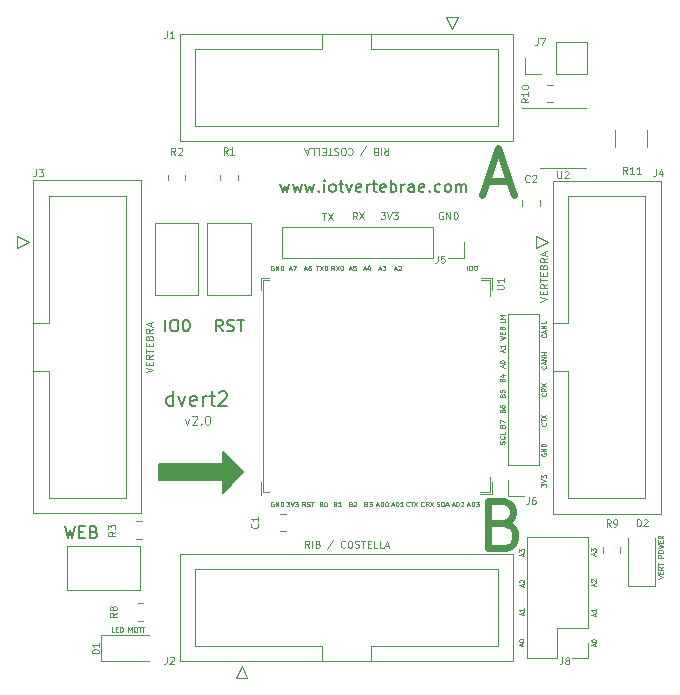
<source format=gbr>
%TF.GenerationSoftware,KiCad,Pcbnew,6.0.11+dfsg-1~bpo11+1*%
%TF.CreationDate,2023-05-15T10:42:25+02:00*%
%TF.ProjectId,dvert_12,64766572-745f-4313-922e-6b696361645f,rev?*%
%TF.SameCoordinates,Original*%
%TF.FileFunction,Legend,Top*%
%TF.FilePolarity,Positive*%
%FSLAX46Y46*%
G04 Gerber Fmt 4.6, Leading zero omitted, Abs format (unit mm)*
G04 Created by KiCad (PCBNEW 6.0.11+dfsg-1~bpo11+1) date 2023-05-15 10:42:25*
%MOMM*%
%LPD*%
G01*
G04 APERTURE LIST*
%ADD10C,0.150000*%
%ADD11C,0.080000*%
%ADD12C,0.100000*%
%ADD13C,0.120000*%
%ADD14C,0.600000*%
%ADD15C,0.200000*%
G04 APERTURE END LIST*
D10*
G36*
X134200000Y-103600000D02*
G01*
X132500000Y-105300000D01*
X132500000Y-104200000D01*
X127100000Y-104200000D01*
X127100000Y-102900000D01*
X132500000Y-102900000D01*
X132500000Y-101900000D01*
X134200000Y-103600000D01*
G37*
X134200000Y-103600000D02*
X132500000Y-105300000D01*
X132500000Y-104200000D01*
X127100000Y-104200000D01*
X127100000Y-102900000D01*
X132500000Y-102900000D01*
X132500000Y-101900000D01*
X134200000Y-103600000D01*
D11*
X153214285Y-106366666D02*
X153404761Y-106366666D01*
X153176190Y-106480952D02*
X153309523Y-106080952D01*
X153442857Y-106480952D01*
X153576190Y-106480952D02*
X153576190Y-106080952D01*
X153671428Y-106080952D01*
X153728571Y-106100000D01*
X153766666Y-106138095D01*
X153785714Y-106176190D01*
X153804761Y-106252380D01*
X153804761Y-106309523D01*
X153785714Y-106385714D01*
X153766666Y-106423809D01*
X153728571Y-106461904D01*
X153671428Y-106480952D01*
X153576190Y-106480952D01*
X153938095Y-106080952D02*
X154185714Y-106080952D01*
X154052380Y-106233333D01*
X154109523Y-106233333D01*
X154147619Y-106252380D01*
X154166666Y-106271428D01*
X154185714Y-106309523D01*
X154185714Y-106404761D01*
X154166666Y-106442857D01*
X154147619Y-106461904D01*
X154109523Y-106480952D01*
X153995238Y-106480952D01*
X153957142Y-106461904D01*
X153938095Y-106442857D01*
D12*
X125971428Y-95128571D02*
X126571428Y-94928571D01*
X125971428Y-94728571D01*
X126257142Y-94528571D02*
X126257142Y-94328571D01*
X126571428Y-94242857D02*
X126571428Y-94528571D01*
X125971428Y-94528571D01*
X125971428Y-94242857D01*
X126571428Y-93642857D02*
X126285714Y-93842857D01*
X126571428Y-93985714D02*
X125971428Y-93985714D01*
X125971428Y-93757142D01*
X126000000Y-93700000D01*
X126028571Y-93671428D01*
X126085714Y-93642857D01*
X126171428Y-93642857D01*
X126228571Y-93671428D01*
X126257142Y-93700000D01*
X126285714Y-93757142D01*
X126285714Y-93985714D01*
X125971428Y-93471428D02*
X125971428Y-93128571D01*
X126571428Y-93300000D02*
X125971428Y-93300000D01*
X126257142Y-92928571D02*
X126257142Y-92728571D01*
X126571428Y-92642857D02*
X126571428Y-92928571D01*
X125971428Y-92928571D01*
X125971428Y-92642857D01*
X126257142Y-92185714D02*
X126285714Y-92100000D01*
X126314285Y-92071428D01*
X126371428Y-92042857D01*
X126457142Y-92042857D01*
X126514285Y-92071428D01*
X126542857Y-92100000D01*
X126571428Y-92157142D01*
X126571428Y-92385714D01*
X125971428Y-92385714D01*
X125971428Y-92185714D01*
X126000000Y-92128571D01*
X126028571Y-92100000D01*
X126085714Y-92071428D01*
X126142857Y-92071428D01*
X126200000Y-92100000D01*
X126228571Y-92128571D01*
X126257142Y-92185714D01*
X126257142Y-92385714D01*
X126571428Y-91442857D02*
X126285714Y-91642857D01*
X126571428Y-91785714D02*
X125971428Y-91785714D01*
X125971428Y-91557142D01*
X126000000Y-91500000D01*
X126028571Y-91471428D01*
X126085714Y-91442857D01*
X126171428Y-91442857D01*
X126228571Y-91471428D01*
X126257142Y-91500000D01*
X126285714Y-91557142D01*
X126285714Y-91785714D01*
X126400000Y-91214285D02*
X126400000Y-90928571D01*
X126571428Y-91271428D02*
X125971428Y-91071428D01*
X126571428Y-90871428D01*
D11*
X159842857Y-94566666D02*
X159861904Y-94585714D01*
X159880952Y-94642857D01*
X159880952Y-94680952D01*
X159861904Y-94738095D01*
X159823809Y-94776190D01*
X159785714Y-94795238D01*
X159709523Y-94814285D01*
X159652380Y-94814285D01*
X159576190Y-94795238D01*
X159538095Y-94776190D01*
X159500000Y-94738095D01*
X159480952Y-94680952D01*
X159480952Y-94642857D01*
X159500000Y-94585714D01*
X159519047Y-94566666D01*
X159766666Y-94414285D02*
X159766666Y-94223809D01*
X159880952Y-94452380D02*
X159480952Y-94319047D01*
X159880952Y-94185714D01*
X159880952Y-94052380D02*
X159480952Y-94052380D01*
X159880952Y-93823809D01*
X159480952Y-93823809D01*
X159880952Y-93633333D02*
X159480952Y-93633333D01*
X159671428Y-93633333D02*
X159671428Y-93404761D01*
X159880952Y-93404761D02*
X159480952Y-93404761D01*
X141942857Y-86480952D02*
X141809523Y-86290476D01*
X141714285Y-86480952D02*
X141714285Y-86080952D01*
X141866666Y-86080952D01*
X141904761Y-86100000D01*
X141923809Y-86119047D01*
X141942857Y-86157142D01*
X141942857Y-86214285D01*
X141923809Y-86252380D01*
X141904761Y-86271428D01*
X141866666Y-86290476D01*
X141714285Y-86290476D01*
X142076190Y-86080952D02*
X142342857Y-86480952D01*
X142342857Y-86080952D02*
X142076190Y-86480952D01*
X142571428Y-86080952D02*
X142609523Y-86080952D01*
X142647619Y-86100000D01*
X142666666Y-86119047D01*
X142685714Y-86157142D01*
X142704761Y-86233333D01*
X142704761Y-86328571D01*
X142685714Y-86404761D01*
X142666666Y-86442857D01*
X142647619Y-86461904D01*
X142609523Y-86480952D01*
X142571428Y-86480952D01*
X142533333Y-86461904D01*
X142514285Y-86442857D01*
X142495238Y-86404761D01*
X142476190Y-86328571D01*
X142476190Y-86233333D01*
X142495238Y-86157142D01*
X142514285Y-86119047D01*
X142533333Y-86100000D01*
X142571428Y-86080952D01*
X138114285Y-86366666D02*
X138304761Y-86366666D01*
X138076190Y-86480952D02*
X138209523Y-86080952D01*
X138342857Y-86480952D01*
X138438095Y-86080952D02*
X138704761Y-86080952D01*
X138533333Y-86480952D01*
X145514285Y-106366666D02*
X145704761Y-106366666D01*
X145476190Y-106480952D02*
X145609523Y-106080952D01*
X145742857Y-106480952D01*
X145876190Y-106480952D02*
X145876190Y-106080952D01*
X145971428Y-106080952D01*
X146028571Y-106100000D01*
X146066666Y-106138095D01*
X146085714Y-106176190D01*
X146104761Y-106252380D01*
X146104761Y-106309523D01*
X146085714Y-106385714D01*
X146066666Y-106423809D01*
X146028571Y-106461904D01*
X145971428Y-106480952D01*
X145876190Y-106480952D01*
X146352380Y-106080952D02*
X146390476Y-106080952D01*
X146428571Y-106100000D01*
X146447619Y-106119047D01*
X146466666Y-106157142D01*
X146485714Y-106233333D01*
X146485714Y-106328571D01*
X146466666Y-106404761D01*
X146447619Y-106442857D01*
X146428571Y-106461904D01*
X146390476Y-106480952D01*
X146352380Y-106480952D01*
X146314285Y-106461904D01*
X146295238Y-106442857D01*
X146276190Y-106404761D01*
X146257142Y-106328571D01*
X146257142Y-106233333D01*
X146276190Y-106157142D01*
X146295238Y-106119047D01*
X146314285Y-106100000D01*
X146352380Y-106080952D01*
X156266666Y-93385714D02*
X156266666Y-93195238D01*
X156380952Y-93423809D02*
X155980952Y-93290476D01*
X156380952Y-93157142D01*
X156380952Y-92814285D02*
X156380952Y-93042857D01*
X156380952Y-92928571D02*
X155980952Y-92928571D01*
X156038095Y-92966666D01*
X156076190Y-93004761D01*
X156095238Y-93042857D01*
X149533333Y-106442857D02*
X149514285Y-106461904D01*
X149457142Y-106480952D01*
X149419047Y-106480952D01*
X149361904Y-106461904D01*
X149323809Y-106423809D01*
X149304761Y-106385714D01*
X149285714Y-106309523D01*
X149285714Y-106252380D01*
X149304761Y-106176190D01*
X149323809Y-106138095D01*
X149361904Y-106100000D01*
X149419047Y-106080952D01*
X149457142Y-106080952D01*
X149514285Y-106100000D01*
X149533333Y-106119047D01*
X149933333Y-106480952D02*
X149800000Y-106290476D01*
X149704761Y-106480952D02*
X149704761Y-106080952D01*
X149857142Y-106080952D01*
X149895238Y-106100000D01*
X149914285Y-106119047D01*
X149933333Y-106157142D01*
X149933333Y-106214285D01*
X149914285Y-106252380D01*
X149895238Y-106271428D01*
X149857142Y-106290476D01*
X149704761Y-106290476D01*
X150066666Y-106080952D02*
X150333333Y-106480952D01*
X150333333Y-106080952D02*
X150066666Y-106480952D01*
X159480952Y-104795238D02*
X159480952Y-104547619D01*
X159633333Y-104680952D01*
X159633333Y-104623809D01*
X159652380Y-104585714D01*
X159671428Y-104566666D01*
X159709523Y-104547619D01*
X159804761Y-104547619D01*
X159842857Y-104566666D01*
X159861904Y-104585714D01*
X159880952Y-104623809D01*
X159880952Y-104738095D01*
X159861904Y-104776190D01*
X159842857Y-104795238D01*
X159480952Y-104433333D02*
X159880952Y-104300000D01*
X159480952Y-104166666D01*
X159480952Y-104071428D02*
X159480952Y-103823809D01*
X159633333Y-103957142D01*
X159633333Y-103900000D01*
X159652380Y-103861904D01*
X159671428Y-103842857D01*
X159709523Y-103823809D01*
X159804761Y-103823809D01*
X159842857Y-103842857D01*
X159861904Y-103861904D01*
X159880952Y-103900000D01*
X159880952Y-104014285D01*
X159861904Y-104052380D01*
X159842857Y-104071428D01*
X143214285Y-86366666D02*
X143404761Y-86366666D01*
X143176190Y-86480952D02*
X143309523Y-86080952D01*
X143442857Y-86480952D01*
X143766666Y-86080952D02*
X143576190Y-86080952D01*
X143557142Y-86271428D01*
X143576190Y-86252380D01*
X143614285Y-86233333D01*
X143709523Y-86233333D01*
X143747619Y-86252380D01*
X143766666Y-86271428D01*
X143785714Y-86309523D01*
X143785714Y-86404761D01*
X143766666Y-86442857D01*
X143747619Y-86461904D01*
X143709523Y-86480952D01*
X143614285Y-86480952D01*
X143576190Y-86461904D01*
X143557142Y-86442857D01*
X137904761Y-106080952D02*
X138152380Y-106080952D01*
X138019047Y-106233333D01*
X138076190Y-106233333D01*
X138114285Y-106252380D01*
X138133333Y-106271428D01*
X138152380Y-106309523D01*
X138152380Y-106404761D01*
X138133333Y-106442857D01*
X138114285Y-106461904D01*
X138076190Y-106480952D01*
X137961904Y-106480952D01*
X137923809Y-106461904D01*
X137904761Y-106442857D01*
X138266666Y-106080952D02*
X138400000Y-106480952D01*
X138533333Y-106080952D01*
X138628571Y-106080952D02*
X138876190Y-106080952D01*
X138742857Y-106233333D01*
X138800000Y-106233333D01*
X138838095Y-106252380D01*
X138857142Y-106271428D01*
X138876190Y-106309523D01*
X138876190Y-106404761D01*
X138857142Y-106442857D01*
X138838095Y-106461904D01*
X138800000Y-106480952D01*
X138685714Y-106480952D01*
X138647619Y-106461904D01*
X138628571Y-106442857D01*
D12*
X143880000Y-82171428D02*
X143680000Y-81885714D01*
X143537142Y-82171428D02*
X143537142Y-81571428D01*
X143765714Y-81571428D01*
X143822857Y-81600000D01*
X143851428Y-81628571D01*
X143880000Y-81685714D01*
X143880000Y-81771428D01*
X143851428Y-81828571D01*
X143822857Y-81857142D01*
X143765714Y-81885714D01*
X143537142Y-81885714D01*
X144080000Y-81571428D02*
X144480000Y-82171428D01*
X144480000Y-81571428D02*
X144080000Y-82171428D01*
D11*
X156171428Y-98361904D02*
X156190476Y-98304761D01*
X156209523Y-98285714D01*
X156247619Y-98266666D01*
X156304761Y-98266666D01*
X156342857Y-98285714D01*
X156361904Y-98304761D01*
X156380952Y-98342857D01*
X156380952Y-98495238D01*
X155980952Y-98495238D01*
X155980952Y-98361904D01*
X156000000Y-98323809D01*
X156019047Y-98304761D01*
X156057142Y-98285714D01*
X156095238Y-98285714D01*
X156133333Y-98304761D01*
X156152380Y-98323809D01*
X156171428Y-98361904D01*
X156171428Y-98495238D01*
X155980952Y-97923809D02*
X155980952Y-98000000D01*
X156000000Y-98038095D01*
X156019047Y-98057142D01*
X156076190Y-98095238D01*
X156152380Y-98114285D01*
X156304761Y-98114285D01*
X156342857Y-98095238D01*
X156361904Y-98076190D01*
X156380952Y-98038095D01*
X156380952Y-97961904D01*
X156361904Y-97923809D01*
X156342857Y-97904761D01*
X156304761Y-97885714D01*
X156209523Y-97885714D01*
X156171428Y-97904761D01*
X156152380Y-97923809D01*
X156133333Y-97961904D01*
X156133333Y-98038095D01*
X156152380Y-98076190D01*
X156171428Y-98095238D01*
X156209523Y-98114285D01*
X157906666Y-110665714D02*
X157906666Y-110475238D01*
X158020952Y-110703809D02*
X157620952Y-110570476D01*
X158020952Y-110437142D01*
X157620952Y-110341904D02*
X157620952Y-110094285D01*
X157773333Y-110227619D01*
X157773333Y-110170476D01*
X157792380Y-110132380D01*
X157811428Y-110113333D01*
X157849523Y-110094285D01*
X157944761Y-110094285D01*
X157982857Y-110113333D01*
X158001904Y-110132380D01*
X158020952Y-110170476D01*
X158020952Y-110284761D01*
X158001904Y-110322857D01*
X157982857Y-110341904D01*
D13*
X129328571Y-99039285D02*
X129507142Y-99539285D01*
X129685714Y-99039285D01*
X129935714Y-98860714D02*
X129971428Y-98825000D01*
X130042857Y-98789285D01*
X130221428Y-98789285D01*
X130292857Y-98825000D01*
X130328571Y-98860714D01*
X130364285Y-98932142D01*
X130364285Y-99003571D01*
X130328571Y-99110714D01*
X129900000Y-99539285D01*
X130364285Y-99539285D01*
X130685714Y-99467857D02*
X130721428Y-99503571D01*
X130685714Y-99539285D01*
X130650000Y-99503571D01*
X130685714Y-99467857D01*
X130685714Y-99539285D01*
X131185714Y-98789285D02*
X131257142Y-98789285D01*
X131328571Y-98825000D01*
X131364285Y-98860714D01*
X131400000Y-98932142D01*
X131435714Y-99075000D01*
X131435714Y-99253571D01*
X131400000Y-99396428D01*
X131364285Y-99467857D01*
X131328571Y-99503571D01*
X131257142Y-99539285D01*
X131185714Y-99539285D01*
X131114285Y-99503571D01*
X131078571Y-99467857D01*
X131042857Y-99396428D01*
X131007142Y-99253571D01*
X131007142Y-99075000D01*
X131042857Y-98932142D01*
X131078571Y-98860714D01*
X131114285Y-98825000D01*
X131185714Y-98789285D01*
D11*
X148280952Y-106442857D02*
X148261904Y-106461904D01*
X148204761Y-106480952D01*
X148166666Y-106480952D01*
X148109523Y-106461904D01*
X148071428Y-106423809D01*
X148052380Y-106385714D01*
X148033333Y-106309523D01*
X148033333Y-106252380D01*
X148052380Y-106176190D01*
X148071428Y-106138095D01*
X148109523Y-106100000D01*
X148166666Y-106080952D01*
X148204761Y-106080952D01*
X148261904Y-106100000D01*
X148280952Y-106119047D01*
X148395238Y-106080952D02*
X148623809Y-106080952D01*
X148509523Y-106480952D02*
X148509523Y-106080952D01*
X148719047Y-106080952D02*
X148985714Y-106480952D01*
X148985714Y-106080952D02*
X148719047Y-106480952D01*
D14*
X154877619Y-78946666D02*
X156782380Y-78946666D01*
X154496666Y-80089523D02*
X155830000Y-76089523D01*
X157163333Y-80089523D01*
D11*
X155980952Y-92352380D02*
X156380952Y-92257142D01*
X156095238Y-92180952D01*
X156380952Y-92104761D01*
X155980952Y-92009523D01*
X156171428Y-91857142D02*
X156171428Y-91723809D01*
X156380952Y-91666666D02*
X156380952Y-91857142D01*
X155980952Y-91857142D01*
X155980952Y-91666666D01*
X156171428Y-91361904D02*
X156190476Y-91304761D01*
X156209523Y-91285714D01*
X156247619Y-91266666D01*
X156304761Y-91266666D01*
X156342857Y-91285714D01*
X156361904Y-91304761D01*
X156380952Y-91342857D01*
X156380952Y-91495238D01*
X155980952Y-91495238D01*
X155980952Y-91361904D01*
X156000000Y-91323809D01*
X156019047Y-91304761D01*
X156057142Y-91285714D01*
X156095238Y-91285714D01*
X156133333Y-91304761D01*
X156152380Y-91323809D01*
X156171428Y-91361904D01*
X156171428Y-91495238D01*
D14*
X156315714Y-107904285D02*
X156887142Y-108094761D01*
X157077619Y-108285238D01*
X157268095Y-108666190D01*
X157268095Y-109237619D01*
X157077619Y-109618571D01*
X156887142Y-109809047D01*
X156506190Y-109999523D01*
X154982380Y-109999523D01*
X154982380Y-105999523D01*
X156315714Y-105999523D01*
X156696666Y-106190000D01*
X156887142Y-106380476D01*
X157077619Y-106761428D01*
X157077619Y-107142380D01*
X156887142Y-107523333D01*
X156696666Y-107713809D01*
X156315714Y-107904285D01*
X154982380Y-107904285D01*
D11*
X156171428Y-99661904D02*
X156190476Y-99604761D01*
X156209523Y-99585714D01*
X156247619Y-99566666D01*
X156304761Y-99566666D01*
X156342857Y-99585714D01*
X156361904Y-99604761D01*
X156380952Y-99642857D01*
X156380952Y-99795238D01*
X155980952Y-99795238D01*
X155980952Y-99661904D01*
X156000000Y-99623809D01*
X156019047Y-99604761D01*
X156057142Y-99585714D01*
X156095238Y-99585714D01*
X156133333Y-99604761D01*
X156152380Y-99623809D01*
X156171428Y-99661904D01*
X156171428Y-99795238D01*
X155980952Y-99433333D02*
X155980952Y-99166666D01*
X156380952Y-99338095D01*
X151914285Y-106366666D02*
X152104761Y-106366666D01*
X151876190Y-106480952D02*
X152009523Y-106080952D01*
X152142857Y-106480952D01*
X152276190Y-106480952D02*
X152276190Y-106080952D01*
X152371428Y-106080952D01*
X152428571Y-106100000D01*
X152466666Y-106138095D01*
X152485714Y-106176190D01*
X152504761Y-106252380D01*
X152504761Y-106309523D01*
X152485714Y-106385714D01*
X152466666Y-106423809D01*
X152428571Y-106461904D01*
X152371428Y-106480952D01*
X152276190Y-106480952D01*
X152657142Y-106119047D02*
X152676190Y-106100000D01*
X152714285Y-106080952D01*
X152809523Y-106080952D01*
X152847619Y-106100000D01*
X152866666Y-106119047D01*
X152885714Y-106157142D01*
X152885714Y-106195238D01*
X152866666Y-106252380D01*
X152638095Y-106480952D01*
X152885714Y-106480952D01*
X153200000Y-86480952D02*
X153200000Y-86080952D01*
X153466666Y-86080952D02*
X153542857Y-86080952D01*
X153580952Y-86100000D01*
X153619047Y-86138095D01*
X153638095Y-86214285D01*
X153638095Y-86347619D01*
X153619047Y-86423809D01*
X153580952Y-86461904D01*
X153542857Y-86480952D01*
X153466666Y-86480952D01*
X153428571Y-86461904D01*
X153390476Y-86423809D01*
X153371428Y-86347619D01*
X153371428Y-86214285D01*
X153390476Y-86138095D01*
X153428571Y-86100000D01*
X153466666Y-86080952D01*
X153885714Y-86080952D02*
X153923809Y-86080952D01*
X153961904Y-86100000D01*
X153980952Y-86119047D01*
X154000000Y-86157142D01*
X154019047Y-86233333D01*
X154019047Y-86328571D01*
X154000000Y-86404761D01*
X153980952Y-86442857D01*
X153961904Y-86461904D01*
X153923809Y-86480952D01*
X153885714Y-86480952D01*
X153847619Y-86461904D01*
X153828571Y-86442857D01*
X153809523Y-86404761D01*
X153790476Y-86328571D01*
X153790476Y-86233333D01*
X153809523Y-86157142D01*
X153828571Y-86119047D01*
X153847619Y-86100000D01*
X153885714Y-86080952D01*
X140404761Y-86080952D02*
X140633333Y-86080952D01*
X140519047Y-86480952D02*
X140519047Y-86080952D01*
X140728571Y-86080952D02*
X140995238Y-86480952D01*
X140995238Y-86080952D02*
X140728571Y-86480952D01*
X141223809Y-86080952D02*
X141261904Y-86080952D01*
X141300000Y-86100000D01*
X141319047Y-86119047D01*
X141338095Y-86157142D01*
X141357142Y-86233333D01*
X141357142Y-86328571D01*
X141338095Y-86404761D01*
X141319047Y-86442857D01*
X141300000Y-86461904D01*
X141261904Y-86480952D01*
X141223809Y-86480952D01*
X141185714Y-86461904D01*
X141166666Y-86442857D01*
X141147619Y-86404761D01*
X141128571Y-86328571D01*
X141128571Y-86233333D01*
X141147619Y-86157142D01*
X141166666Y-86119047D01*
X141185714Y-86100000D01*
X141223809Y-86080952D01*
X159842857Y-91919047D02*
X159861904Y-91938095D01*
X159880952Y-91995238D01*
X159880952Y-92033333D01*
X159861904Y-92090476D01*
X159823809Y-92128571D01*
X159785714Y-92147619D01*
X159709523Y-92166666D01*
X159652380Y-92166666D01*
X159576190Y-92147619D01*
X159538095Y-92128571D01*
X159500000Y-92090476D01*
X159480952Y-92033333D01*
X159480952Y-91995238D01*
X159500000Y-91938095D01*
X159519047Y-91919047D01*
X159766666Y-91766666D02*
X159766666Y-91576190D01*
X159880952Y-91804761D02*
X159480952Y-91671428D01*
X159880952Y-91538095D01*
X159880952Y-91404761D02*
X159480952Y-91404761D01*
X159880952Y-91176190D01*
X159480952Y-91176190D01*
X159880952Y-90795238D02*
X159880952Y-90985714D01*
X159480952Y-90985714D01*
X163986666Y-115725714D02*
X163986666Y-115535238D01*
X164100952Y-115763809D02*
X163700952Y-115630476D01*
X164100952Y-115497142D01*
X164100952Y-115154285D02*
X164100952Y-115382857D01*
X164100952Y-115268571D02*
X163700952Y-115268571D01*
X163758095Y-115306666D01*
X163796190Y-115344761D01*
X163815238Y-115382857D01*
X163966666Y-110595714D02*
X163966666Y-110405238D01*
X164080952Y-110633809D02*
X163680952Y-110500476D01*
X164080952Y-110367142D01*
X163680952Y-110271904D02*
X163680952Y-110024285D01*
X163833333Y-110157619D01*
X163833333Y-110100476D01*
X163852380Y-110062380D01*
X163871428Y-110043333D01*
X163909523Y-110024285D01*
X164004761Y-110024285D01*
X164042857Y-110043333D01*
X164061904Y-110062380D01*
X164080952Y-110100476D01*
X164080952Y-110214761D01*
X164061904Y-110252857D01*
X164042857Y-110271904D01*
D12*
X140922857Y-81611428D02*
X141265714Y-81611428D01*
X141094285Y-82211428D02*
X141094285Y-81611428D01*
X141408571Y-81611428D02*
X141808571Y-82211428D01*
X141808571Y-81611428D02*
X141408571Y-82211428D01*
D11*
X169370952Y-112588095D02*
X169770952Y-112454761D01*
X169370952Y-112321428D01*
X169561428Y-112188095D02*
X169561428Y-112054761D01*
X169770952Y-111997619D02*
X169770952Y-112188095D01*
X169370952Y-112188095D01*
X169370952Y-111997619D01*
X169770952Y-111597619D02*
X169580476Y-111730952D01*
X169770952Y-111826190D02*
X169370952Y-111826190D01*
X169370952Y-111673809D01*
X169390000Y-111635714D01*
X169409047Y-111616666D01*
X169447142Y-111597619D01*
X169504285Y-111597619D01*
X169542380Y-111616666D01*
X169561428Y-111635714D01*
X169580476Y-111673809D01*
X169580476Y-111826190D01*
X169370952Y-111483333D02*
X169370952Y-111254761D01*
X169770952Y-111369047D02*
X169370952Y-111369047D01*
X169770952Y-110816666D02*
X169370952Y-110816666D01*
X169370952Y-110664285D01*
X169390000Y-110626190D01*
X169409047Y-110607142D01*
X169447142Y-110588095D01*
X169504285Y-110588095D01*
X169542380Y-110607142D01*
X169561428Y-110626190D01*
X169580476Y-110664285D01*
X169580476Y-110816666D01*
X169370952Y-110340476D02*
X169370952Y-110264285D01*
X169390000Y-110226190D01*
X169428095Y-110188095D01*
X169504285Y-110169047D01*
X169637619Y-110169047D01*
X169713809Y-110188095D01*
X169751904Y-110226190D01*
X169770952Y-110264285D01*
X169770952Y-110340476D01*
X169751904Y-110378571D01*
X169713809Y-110416666D01*
X169637619Y-110435714D01*
X169504285Y-110435714D01*
X169428095Y-110416666D01*
X169390000Y-110378571D01*
X169370952Y-110340476D01*
X169370952Y-110035714D02*
X169770952Y-109940476D01*
X169485238Y-109864285D01*
X169770952Y-109788095D01*
X169370952Y-109692857D01*
X169561428Y-109540476D02*
X169561428Y-109407142D01*
X169770952Y-109350000D02*
X169770952Y-109540476D01*
X169370952Y-109540476D01*
X169370952Y-109350000D01*
X169770952Y-108950000D02*
X169580476Y-109083333D01*
X169770952Y-109178571D02*
X169370952Y-109178571D01*
X169370952Y-109026190D01*
X169390000Y-108988095D01*
X169409047Y-108969047D01*
X169447142Y-108950000D01*
X169504285Y-108950000D01*
X169542380Y-108969047D01*
X169561428Y-108988095D01*
X169580476Y-109026190D01*
X169580476Y-109178571D01*
X150614285Y-106461904D02*
X150671428Y-106480952D01*
X150766666Y-106480952D01*
X150804761Y-106461904D01*
X150823809Y-106442857D01*
X150842857Y-106404761D01*
X150842857Y-106366666D01*
X150823809Y-106328571D01*
X150804761Y-106309523D01*
X150766666Y-106290476D01*
X150690476Y-106271428D01*
X150652380Y-106252380D01*
X150633333Y-106233333D01*
X150614285Y-106195238D01*
X150614285Y-106157142D01*
X150633333Y-106119047D01*
X150652380Y-106100000D01*
X150690476Y-106080952D01*
X150785714Y-106080952D01*
X150842857Y-106100000D01*
X151014285Y-106480952D02*
X151014285Y-106080952D01*
X151109523Y-106080952D01*
X151166666Y-106100000D01*
X151204761Y-106138095D01*
X151223809Y-106176190D01*
X151242857Y-106252380D01*
X151242857Y-106309523D01*
X151223809Y-106385714D01*
X151204761Y-106423809D01*
X151166666Y-106461904D01*
X151109523Y-106480952D01*
X151014285Y-106480952D01*
X151395238Y-106366666D02*
X151585714Y-106366666D01*
X151357142Y-106480952D02*
X151490476Y-106080952D01*
X151623809Y-106480952D01*
X156380952Y-90704761D02*
X156380952Y-90895238D01*
X155980952Y-90895238D01*
X156380952Y-90571428D02*
X155980952Y-90571428D01*
X156266666Y-90438095D01*
X155980952Y-90304761D01*
X156380952Y-90304761D01*
X123327619Y-117090952D02*
X123137142Y-117090952D01*
X123137142Y-116690952D01*
X123460952Y-116881428D02*
X123594285Y-116881428D01*
X123651428Y-117090952D02*
X123460952Y-117090952D01*
X123460952Y-116690952D01*
X123651428Y-116690952D01*
X123822857Y-117090952D02*
X123822857Y-116690952D01*
X123918095Y-116690952D01*
X123975238Y-116710000D01*
X124013333Y-116748095D01*
X124032380Y-116786190D01*
X124051428Y-116862380D01*
X124051428Y-116919523D01*
X124032380Y-116995714D01*
X124013333Y-117033809D01*
X123975238Y-117071904D01*
X123918095Y-117090952D01*
X123822857Y-117090952D01*
X124527619Y-117090952D02*
X124527619Y-116690952D01*
X124660952Y-116976666D01*
X124794285Y-116690952D01*
X124794285Y-117090952D01*
X125251428Y-117129047D02*
X125213333Y-117110000D01*
X125175238Y-117071904D01*
X125118095Y-117014761D01*
X125080000Y-116995714D01*
X125041904Y-116995714D01*
X125060952Y-117090952D02*
X125022857Y-117071904D01*
X124984761Y-117033809D01*
X124965714Y-116957619D01*
X124965714Y-116824285D01*
X124984761Y-116748095D01*
X125022857Y-116710000D01*
X125060952Y-116690952D01*
X125137142Y-116690952D01*
X125175238Y-116710000D01*
X125213333Y-116748095D01*
X125232380Y-116824285D01*
X125232380Y-116957619D01*
X125213333Y-117033809D01*
X125175238Y-117071904D01*
X125137142Y-117090952D01*
X125060952Y-117090952D01*
X125346666Y-116690952D02*
X125575238Y-116690952D01*
X125460952Y-117090952D02*
X125460952Y-116690952D01*
X125651428Y-116690952D02*
X125880000Y-116690952D01*
X125765714Y-117090952D02*
X125765714Y-116690952D01*
X147014285Y-86366666D02*
X147204761Y-86366666D01*
X146976190Y-86480952D02*
X147109523Y-86080952D01*
X147242857Y-86480952D01*
X147357142Y-86119047D02*
X147376190Y-86100000D01*
X147414285Y-86080952D01*
X147509523Y-86080952D01*
X147547619Y-86100000D01*
X147566666Y-86119047D01*
X147585714Y-86157142D01*
X147585714Y-86195238D01*
X147566666Y-86252380D01*
X147338095Y-86480952D01*
X147585714Y-86480952D01*
D15*
X128300000Y-97942857D02*
X128300000Y-96742857D01*
X128300000Y-97885714D02*
X128185714Y-97942857D01*
X127957142Y-97942857D01*
X127842857Y-97885714D01*
X127785714Y-97828571D01*
X127728571Y-97714285D01*
X127728571Y-97371428D01*
X127785714Y-97257142D01*
X127842857Y-97200000D01*
X127957142Y-97142857D01*
X128185714Y-97142857D01*
X128300000Y-97200000D01*
X128757142Y-97142857D02*
X129042857Y-97942857D01*
X129328571Y-97142857D01*
X130242857Y-97885714D02*
X130128571Y-97942857D01*
X129900000Y-97942857D01*
X129785714Y-97885714D01*
X129728571Y-97771428D01*
X129728571Y-97314285D01*
X129785714Y-97200000D01*
X129900000Y-97142857D01*
X130128571Y-97142857D01*
X130242857Y-97200000D01*
X130300000Y-97314285D01*
X130300000Y-97428571D01*
X129728571Y-97542857D01*
X130814285Y-97942857D02*
X130814285Y-97142857D01*
X130814285Y-97371428D02*
X130871428Y-97257142D01*
X130928571Y-97200000D01*
X131042857Y-97142857D01*
X131157142Y-97142857D01*
X131385714Y-97142857D02*
X131842857Y-97142857D01*
X131557142Y-96742857D02*
X131557142Y-97771428D01*
X131614285Y-97885714D01*
X131728571Y-97942857D01*
X131842857Y-97942857D01*
X132185714Y-96857142D02*
X132242857Y-96800000D01*
X132357142Y-96742857D01*
X132642857Y-96742857D01*
X132757142Y-96800000D01*
X132814285Y-96857142D01*
X132871428Y-96971428D01*
X132871428Y-97085714D01*
X132814285Y-97257142D01*
X132128571Y-97942857D01*
X132871428Y-97942857D01*
D11*
X140838095Y-106271428D02*
X140895238Y-106290476D01*
X140914285Y-106309523D01*
X140933333Y-106347619D01*
X140933333Y-106404761D01*
X140914285Y-106442857D01*
X140895238Y-106461904D01*
X140857142Y-106480952D01*
X140704761Y-106480952D01*
X140704761Y-106080952D01*
X140838095Y-106080952D01*
X140876190Y-106100000D01*
X140895238Y-106119047D01*
X140914285Y-106157142D01*
X140914285Y-106195238D01*
X140895238Y-106233333D01*
X140876190Y-106252380D01*
X140838095Y-106271428D01*
X140704761Y-106271428D01*
X141180952Y-106080952D02*
X141219047Y-106080952D01*
X141257142Y-106100000D01*
X141276190Y-106119047D01*
X141295238Y-106157142D01*
X141314285Y-106233333D01*
X141314285Y-106328571D01*
X141295238Y-106404761D01*
X141276190Y-106442857D01*
X141257142Y-106461904D01*
X141219047Y-106480952D01*
X141180952Y-106480952D01*
X141142857Y-106461904D01*
X141123809Y-106442857D01*
X141104761Y-106404761D01*
X141085714Y-106328571D01*
X141085714Y-106233333D01*
X141104761Y-106157142D01*
X141123809Y-106119047D01*
X141142857Y-106100000D01*
X141180952Y-106080952D01*
D12*
X146171428Y-76128571D02*
X146371428Y-76414285D01*
X146514285Y-76128571D02*
X146514285Y-76728571D01*
X146285714Y-76728571D01*
X146228571Y-76700000D01*
X146200000Y-76671428D01*
X146171428Y-76614285D01*
X146171428Y-76528571D01*
X146200000Y-76471428D01*
X146228571Y-76442857D01*
X146285714Y-76414285D01*
X146514285Y-76414285D01*
X145914285Y-76128571D02*
X145914285Y-76728571D01*
X145428571Y-76442857D02*
X145342857Y-76414285D01*
X145314285Y-76385714D01*
X145285714Y-76328571D01*
X145285714Y-76242857D01*
X145314285Y-76185714D01*
X145342857Y-76157142D01*
X145400000Y-76128571D01*
X145628571Y-76128571D01*
X145628571Y-76728571D01*
X145428571Y-76728571D01*
X145371428Y-76700000D01*
X145342857Y-76671428D01*
X145314285Y-76614285D01*
X145314285Y-76557142D01*
X145342857Y-76500000D01*
X145371428Y-76471428D01*
X145428571Y-76442857D01*
X145628571Y-76442857D01*
X144142857Y-76757142D02*
X144657142Y-75985714D01*
X143142857Y-76185714D02*
X143171428Y-76157142D01*
X143257142Y-76128571D01*
X143314285Y-76128571D01*
X143400000Y-76157142D01*
X143457142Y-76214285D01*
X143485714Y-76271428D01*
X143514285Y-76385714D01*
X143514285Y-76471428D01*
X143485714Y-76585714D01*
X143457142Y-76642857D01*
X143400000Y-76700000D01*
X143314285Y-76728571D01*
X143257142Y-76728571D01*
X143171428Y-76700000D01*
X143142857Y-76671428D01*
X142771428Y-76728571D02*
X142657142Y-76728571D01*
X142600000Y-76700000D01*
X142542857Y-76642857D01*
X142514285Y-76528571D01*
X142514285Y-76328571D01*
X142542857Y-76214285D01*
X142600000Y-76157142D01*
X142657142Y-76128571D01*
X142771428Y-76128571D01*
X142828571Y-76157142D01*
X142885714Y-76214285D01*
X142914285Y-76328571D01*
X142914285Y-76528571D01*
X142885714Y-76642857D01*
X142828571Y-76700000D01*
X142771428Y-76728571D01*
X142285714Y-76157142D02*
X142200000Y-76128571D01*
X142057142Y-76128571D01*
X142000000Y-76157142D01*
X141971428Y-76185714D01*
X141942857Y-76242857D01*
X141942857Y-76300000D01*
X141971428Y-76357142D01*
X142000000Y-76385714D01*
X142057142Y-76414285D01*
X142171428Y-76442857D01*
X142228571Y-76471428D01*
X142257142Y-76500000D01*
X142285714Y-76557142D01*
X142285714Y-76614285D01*
X142257142Y-76671428D01*
X142228571Y-76700000D01*
X142171428Y-76728571D01*
X142028571Y-76728571D01*
X141942857Y-76700000D01*
X141771428Y-76728571D02*
X141428571Y-76728571D01*
X141600000Y-76128571D02*
X141600000Y-76728571D01*
X141228571Y-76442857D02*
X141028571Y-76442857D01*
X140942857Y-76128571D02*
X141228571Y-76128571D01*
X141228571Y-76728571D01*
X140942857Y-76728571D01*
X140400000Y-76128571D02*
X140685714Y-76128571D01*
X140685714Y-76728571D01*
X139914285Y-76128571D02*
X140200000Y-76128571D01*
X140200000Y-76728571D01*
X139742857Y-76300000D02*
X139457142Y-76300000D01*
X139800000Y-76128571D02*
X139600000Y-76728571D01*
X139400000Y-76128571D01*
D11*
X157916666Y-113255714D02*
X157916666Y-113065238D01*
X158030952Y-113293809D02*
X157630952Y-113160476D01*
X158030952Y-113027142D01*
X157669047Y-112912857D02*
X157650000Y-112893809D01*
X157630952Y-112855714D01*
X157630952Y-112760476D01*
X157650000Y-112722380D01*
X157669047Y-112703333D01*
X157707142Y-112684285D01*
X157745238Y-112684285D01*
X157802380Y-112703333D01*
X158030952Y-112931904D01*
X158030952Y-112684285D01*
X145714285Y-86366666D02*
X145904761Y-86366666D01*
X145676190Y-86480952D02*
X145809523Y-86080952D01*
X145942857Y-86480952D01*
X146038095Y-86080952D02*
X146285714Y-86080952D01*
X146152380Y-86233333D01*
X146209523Y-86233333D01*
X146247619Y-86252380D01*
X146266666Y-86271428D01*
X146285714Y-86309523D01*
X146285714Y-86404761D01*
X146266666Y-86442857D01*
X146247619Y-86461904D01*
X146209523Y-86480952D01*
X146095238Y-86480952D01*
X146057142Y-86461904D01*
X146038095Y-86442857D01*
X146814285Y-106366666D02*
X147004761Y-106366666D01*
X146776190Y-106480952D02*
X146909523Y-106080952D01*
X147042857Y-106480952D01*
X147176190Y-106480952D02*
X147176190Y-106080952D01*
X147271428Y-106080952D01*
X147328571Y-106100000D01*
X147366666Y-106138095D01*
X147385714Y-106176190D01*
X147404761Y-106252380D01*
X147404761Y-106309523D01*
X147385714Y-106385714D01*
X147366666Y-106423809D01*
X147328571Y-106461904D01*
X147271428Y-106480952D01*
X147176190Y-106480952D01*
X147785714Y-106480952D02*
X147557142Y-106480952D01*
X147671428Y-106480952D02*
X147671428Y-106080952D01*
X147633333Y-106138095D01*
X147595238Y-106176190D01*
X147557142Y-106195238D01*
X156266666Y-94685714D02*
X156266666Y-94495238D01*
X156380952Y-94723809D02*
X155980952Y-94590476D01*
X156380952Y-94457142D01*
X155980952Y-94247619D02*
X155980952Y-94209523D01*
X156000000Y-94171428D01*
X156019047Y-94152380D01*
X156057142Y-94133333D01*
X156133333Y-94114285D01*
X156228571Y-94114285D01*
X156304761Y-94133333D01*
X156342857Y-94152380D01*
X156361904Y-94171428D01*
X156380952Y-94209523D01*
X156380952Y-94247619D01*
X156361904Y-94285714D01*
X156342857Y-94304761D01*
X156304761Y-94323809D01*
X156228571Y-94342857D01*
X156133333Y-94342857D01*
X156057142Y-94323809D01*
X156019047Y-94304761D01*
X156000000Y-94285714D01*
X155980952Y-94247619D01*
X159842857Y-99419047D02*
X159861904Y-99438095D01*
X159880952Y-99495238D01*
X159880952Y-99533333D01*
X159861904Y-99590476D01*
X159823809Y-99628571D01*
X159785714Y-99647619D01*
X159709523Y-99666666D01*
X159652380Y-99666666D01*
X159576190Y-99647619D01*
X159538095Y-99628571D01*
X159500000Y-99590476D01*
X159480952Y-99533333D01*
X159480952Y-99495238D01*
X159500000Y-99438095D01*
X159519047Y-99419047D01*
X159480952Y-99304761D02*
X159480952Y-99076190D01*
X159880952Y-99190476D02*
X159480952Y-99190476D01*
X159480952Y-98980952D02*
X159880952Y-98714285D01*
X159480952Y-98714285D02*
X159880952Y-98980952D01*
X156361904Y-101176190D02*
X156380952Y-101119047D01*
X156380952Y-101023809D01*
X156361904Y-100985714D01*
X156342857Y-100966666D01*
X156304761Y-100947619D01*
X156266666Y-100947619D01*
X156228571Y-100966666D01*
X156209523Y-100985714D01*
X156190476Y-101023809D01*
X156171428Y-101100000D01*
X156152380Y-101138095D01*
X156133333Y-101157142D01*
X156095238Y-101176190D01*
X156057142Y-101176190D01*
X156019047Y-101157142D01*
X156000000Y-101138095D01*
X155980952Y-101100000D01*
X155980952Y-101004761D01*
X156000000Y-100947619D01*
X156342857Y-100547619D02*
X156361904Y-100566666D01*
X156380952Y-100623809D01*
X156380952Y-100661904D01*
X156361904Y-100719047D01*
X156323809Y-100757142D01*
X156285714Y-100776190D01*
X156209523Y-100795238D01*
X156152380Y-100795238D01*
X156076190Y-100776190D01*
X156038095Y-100757142D01*
X156000000Y-100719047D01*
X155980952Y-100661904D01*
X155980952Y-100623809D01*
X156000000Y-100566666D01*
X156019047Y-100547619D01*
X156380952Y-100185714D02*
X156380952Y-100376190D01*
X155980952Y-100376190D01*
D12*
X159371428Y-89128571D02*
X159971428Y-88928571D01*
X159371428Y-88728571D01*
X159657142Y-88528571D02*
X159657142Y-88328571D01*
X159971428Y-88242857D02*
X159971428Y-88528571D01*
X159371428Y-88528571D01*
X159371428Y-88242857D01*
X159971428Y-87642857D02*
X159685714Y-87842857D01*
X159971428Y-87985714D02*
X159371428Y-87985714D01*
X159371428Y-87757142D01*
X159400000Y-87700000D01*
X159428571Y-87671428D01*
X159485714Y-87642857D01*
X159571428Y-87642857D01*
X159628571Y-87671428D01*
X159657142Y-87700000D01*
X159685714Y-87757142D01*
X159685714Y-87985714D01*
X159371428Y-87471428D02*
X159371428Y-87128571D01*
X159971428Y-87300000D02*
X159371428Y-87300000D01*
X159657142Y-86928571D02*
X159657142Y-86728571D01*
X159971428Y-86642857D02*
X159971428Y-86928571D01*
X159371428Y-86928571D01*
X159371428Y-86642857D01*
X159657142Y-86185714D02*
X159685714Y-86100000D01*
X159714285Y-86071428D01*
X159771428Y-86042857D01*
X159857142Y-86042857D01*
X159914285Y-86071428D01*
X159942857Y-86100000D01*
X159971428Y-86157142D01*
X159971428Y-86385714D01*
X159371428Y-86385714D01*
X159371428Y-86185714D01*
X159400000Y-86128571D01*
X159428571Y-86100000D01*
X159485714Y-86071428D01*
X159542857Y-86071428D01*
X159600000Y-86100000D01*
X159628571Y-86128571D01*
X159657142Y-86185714D01*
X159657142Y-86385714D01*
X159971428Y-85442857D02*
X159685714Y-85642857D01*
X159971428Y-85785714D02*
X159371428Y-85785714D01*
X159371428Y-85557142D01*
X159400000Y-85500000D01*
X159428571Y-85471428D01*
X159485714Y-85442857D01*
X159571428Y-85442857D01*
X159628571Y-85471428D01*
X159657142Y-85500000D01*
X159685714Y-85557142D01*
X159685714Y-85785714D01*
X159800000Y-85214285D02*
X159800000Y-84928571D01*
X159971428Y-85271428D02*
X159371428Y-85071428D01*
X159971428Y-84871428D01*
X151132857Y-81570000D02*
X151075714Y-81541428D01*
X150990000Y-81541428D01*
X150904285Y-81570000D01*
X150847142Y-81627142D01*
X150818571Y-81684285D01*
X150790000Y-81798571D01*
X150790000Y-81884285D01*
X150818571Y-81998571D01*
X150847142Y-82055714D01*
X150904285Y-82112857D01*
X150990000Y-82141428D01*
X151047142Y-82141428D01*
X151132857Y-82112857D01*
X151161428Y-82084285D01*
X151161428Y-81884285D01*
X151047142Y-81884285D01*
X151418571Y-82141428D02*
X151418571Y-81541428D01*
X151761428Y-82141428D01*
X151761428Y-81541428D01*
X152047142Y-82141428D02*
X152047142Y-81541428D01*
X152190000Y-81541428D01*
X152275714Y-81570000D01*
X152332857Y-81627142D01*
X152361428Y-81684285D01*
X152390000Y-81798571D01*
X152390000Y-81884285D01*
X152361428Y-81998571D01*
X152332857Y-82055714D01*
X152275714Y-82112857D01*
X152190000Y-82141428D01*
X152047142Y-82141428D01*
D11*
X156171428Y-97061904D02*
X156190476Y-97004761D01*
X156209523Y-96985714D01*
X156247619Y-96966666D01*
X156304761Y-96966666D01*
X156342857Y-96985714D01*
X156361904Y-97004761D01*
X156380952Y-97042857D01*
X156380952Y-97195238D01*
X155980952Y-97195238D01*
X155980952Y-97061904D01*
X156000000Y-97023809D01*
X156019047Y-97004761D01*
X156057142Y-96985714D01*
X156095238Y-96985714D01*
X156133333Y-97004761D01*
X156152380Y-97023809D01*
X156171428Y-97061904D01*
X156171428Y-97195238D01*
X155980952Y-96604761D02*
X155980952Y-96795238D01*
X156171428Y-96814285D01*
X156152380Y-96795238D01*
X156133333Y-96757142D01*
X156133333Y-96661904D01*
X156152380Y-96623809D01*
X156171428Y-96604761D01*
X156209523Y-96585714D01*
X156304761Y-96585714D01*
X156342857Y-96604761D01*
X156361904Y-96623809D01*
X156380952Y-96661904D01*
X156380952Y-96757142D01*
X156361904Y-96795238D01*
X156342857Y-96814285D01*
X164006666Y-118295714D02*
X164006666Y-118105238D01*
X164120952Y-118333809D02*
X163720952Y-118200476D01*
X164120952Y-118067142D01*
X163720952Y-117857619D02*
X163720952Y-117819523D01*
X163740000Y-117781428D01*
X163759047Y-117762380D01*
X163797142Y-117743333D01*
X163873333Y-117724285D01*
X163968571Y-117724285D01*
X164044761Y-117743333D01*
X164082857Y-117762380D01*
X164101904Y-117781428D01*
X164120952Y-117819523D01*
X164120952Y-117857619D01*
X164101904Y-117895714D01*
X164082857Y-117914761D01*
X164044761Y-117933809D01*
X163968571Y-117952857D01*
X163873333Y-117952857D01*
X163797142Y-117933809D01*
X163759047Y-117914761D01*
X163740000Y-117895714D01*
X163720952Y-117857619D01*
X157856666Y-118285714D02*
X157856666Y-118095238D01*
X157970952Y-118323809D02*
X157570952Y-118190476D01*
X157970952Y-118057142D01*
X157570952Y-117847619D02*
X157570952Y-117809523D01*
X157590000Y-117771428D01*
X157609047Y-117752380D01*
X157647142Y-117733333D01*
X157723333Y-117714285D01*
X157818571Y-117714285D01*
X157894761Y-117733333D01*
X157932857Y-117752380D01*
X157951904Y-117771428D01*
X157970952Y-117809523D01*
X157970952Y-117847619D01*
X157951904Y-117885714D01*
X157932857Y-117904761D01*
X157894761Y-117923809D01*
X157818571Y-117942857D01*
X157723333Y-117942857D01*
X157647142Y-117923809D01*
X157609047Y-117904761D01*
X157590000Y-117885714D01*
X157570952Y-117847619D01*
X142038095Y-106271428D02*
X142095238Y-106290476D01*
X142114285Y-106309523D01*
X142133333Y-106347619D01*
X142133333Y-106404761D01*
X142114285Y-106442857D01*
X142095238Y-106461904D01*
X142057142Y-106480952D01*
X141904761Y-106480952D01*
X141904761Y-106080952D01*
X142038095Y-106080952D01*
X142076190Y-106100000D01*
X142095238Y-106119047D01*
X142114285Y-106157142D01*
X142114285Y-106195238D01*
X142095238Y-106233333D01*
X142076190Y-106252380D01*
X142038095Y-106271428D01*
X141904761Y-106271428D01*
X142514285Y-106480952D02*
X142285714Y-106480952D01*
X142400000Y-106480952D02*
X142400000Y-106080952D01*
X142361904Y-106138095D01*
X142323809Y-106176190D01*
X142285714Y-106195238D01*
X143338095Y-106271428D02*
X143395238Y-106290476D01*
X143414285Y-106309523D01*
X143433333Y-106347619D01*
X143433333Y-106404761D01*
X143414285Y-106442857D01*
X143395238Y-106461904D01*
X143357142Y-106480952D01*
X143204761Y-106480952D01*
X143204761Y-106080952D01*
X143338095Y-106080952D01*
X143376190Y-106100000D01*
X143395238Y-106119047D01*
X143414285Y-106157142D01*
X143414285Y-106195238D01*
X143395238Y-106233333D01*
X143376190Y-106252380D01*
X143338095Y-106271428D01*
X143204761Y-106271428D01*
X143585714Y-106119047D02*
X143604761Y-106100000D01*
X143642857Y-106080952D01*
X143738095Y-106080952D01*
X143776190Y-106100000D01*
X143795238Y-106119047D01*
X143814285Y-106157142D01*
X143814285Y-106195238D01*
X143795238Y-106252380D01*
X143566666Y-106480952D01*
X143814285Y-106480952D01*
X136795238Y-86100000D02*
X136757142Y-86080952D01*
X136700000Y-86080952D01*
X136642857Y-86100000D01*
X136604761Y-86138095D01*
X136585714Y-86176190D01*
X136566666Y-86252380D01*
X136566666Y-86309523D01*
X136585714Y-86385714D01*
X136604761Y-86423809D01*
X136642857Y-86461904D01*
X136700000Y-86480952D01*
X136738095Y-86480952D01*
X136795238Y-86461904D01*
X136814285Y-86442857D01*
X136814285Y-86309523D01*
X136738095Y-86309523D01*
X136985714Y-86480952D02*
X136985714Y-86080952D01*
X137214285Y-86480952D01*
X137214285Y-86080952D01*
X137404761Y-86480952D02*
X137404761Y-86080952D01*
X137500000Y-86080952D01*
X137557142Y-86100000D01*
X137595238Y-86138095D01*
X137614285Y-86176190D01*
X137633333Y-86252380D01*
X137633333Y-86309523D01*
X137614285Y-86385714D01*
X137595238Y-86423809D01*
X137557142Y-86461904D01*
X137500000Y-86480952D01*
X137404761Y-86480952D01*
X157886666Y-115665714D02*
X157886666Y-115475238D01*
X158000952Y-115703809D02*
X157600952Y-115570476D01*
X158000952Y-115437142D01*
X158000952Y-115094285D02*
X158000952Y-115322857D01*
X158000952Y-115208571D02*
X157600952Y-115208571D01*
X157658095Y-115246666D01*
X157696190Y-115284761D01*
X157715238Y-115322857D01*
X144414285Y-86366666D02*
X144604761Y-86366666D01*
X144376190Y-86480952D02*
X144509523Y-86080952D01*
X144642857Y-86480952D01*
X144947619Y-86214285D02*
X144947619Y-86480952D01*
X144852380Y-86061904D02*
X144757142Y-86347619D01*
X145004761Y-86347619D01*
X139480952Y-106480952D02*
X139347619Y-106290476D01*
X139252380Y-106480952D02*
X139252380Y-106080952D01*
X139404761Y-106080952D01*
X139442857Y-106100000D01*
X139461904Y-106119047D01*
X139480952Y-106157142D01*
X139480952Y-106214285D01*
X139461904Y-106252380D01*
X139442857Y-106271428D01*
X139404761Y-106290476D01*
X139252380Y-106290476D01*
X139633333Y-106461904D02*
X139690476Y-106480952D01*
X139785714Y-106480952D01*
X139823809Y-106461904D01*
X139842857Y-106442857D01*
X139861904Y-106404761D01*
X139861904Y-106366666D01*
X139842857Y-106328571D01*
X139823809Y-106309523D01*
X139785714Y-106290476D01*
X139709523Y-106271428D01*
X139671428Y-106252380D01*
X139652380Y-106233333D01*
X139633333Y-106195238D01*
X139633333Y-106157142D01*
X139652380Y-106119047D01*
X139671428Y-106100000D01*
X139709523Y-106080952D01*
X139804761Y-106080952D01*
X139861904Y-106100000D01*
X139976190Y-106080952D02*
X140204761Y-106080952D01*
X140090476Y-106480952D02*
X140090476Y-106080952D01*
X159842857Y-96866666D02*
X159861904Y-96885714D01*
X159880952Y-96942857D01*
X159880952Y-96980952D01*
X159861904Y-97038095D01*
X159823809Y-97076190D01*
X159785714Y-97095238D01*
X159709523Y-97114285D01*
X159652380Y-97114285D01*
X159576190Y-97095238D01*
X159538095Y-97076190D01*
X159500000Y-97038095D01*
X159480952Y-96980952D01*
X159480952Y-96942857D01*
X159500000Y-96885714D01*
X159519047Y-96866666D01*
X159880952Y-96466666D02*
X159690476Y-96600000D01*
X159880952Y-96695238D02*
X159480952Y-96695238D01*
X159480952Y-96542857D01*
X159500000Y-96504761D01*
X159519047Y-96485714D01*
X159557142Y-96466666D01*
X159614285Y-96466666D01*
X159652380Y-96485714D01*
X159671428Y-96504761D01*
X159690476Y-96542857D01*
X159690476Y-96695238D01*
X159480952Y-96333333D02*
X159880952Y-96066666D01*
X159480952Y-96066666D02*
X159880952Y-96333333D01*
X136795238Y-106100000D02*
X136757142Y-106080952D01*
X136700000Y-106080952D01*
X136642857Y-106100000D01*
X136604761Y-106138095D01*
X136585714Y-106176190D01*
X136566666Y-106252380D01*
X136566666Y-106309523D01*
X136585714Y-106385714D01*
X136604761Y-106423809D01*
X136642857Y-106461904D01*
X136700000Y-106480952D01*
X136738095Y-106480952D01*
X136795238Y-106461904D01*
X136814285Y-106442857D01*
X136814285Y-106309523D01*
X136738095Y-106309523D01*
X136985714Y-106480952D02*
X136985714Y-106080952D01*
X137214285Y-106480952D01*
X137214285Y-106080952D01*
X137404761Y-106480952D02*
X137404761Y-106080952D01*
X137500000Y-106080952D01*
X137557142Y-106100000D01*
X137595238Y-106138095D01*
X137614285Y-106176190D01*
X137633333Y-106252380D01*
X137633333Y-106309523D01*
X137614285Y-106385714D01*
X137595238Y-106423809D01*
X137557142Y-106461904D01*
X137500000Y-106480952D01*
X137404761Y-106480952D01*
X163976666Y-113195714D02*
X163976666Y-113005238D01*
X164090952Y-113233809D02*
X163690952Y-113100476D01*
X164090952Y-112967142D01*
X163729047Y-112852857D02*
X163710000Y-112833809D01*
X163690952Y-112795714D01*
X163690952Y-112700476D01*
X163710000Y-112662380D01*
X163729047Y-112643333D01*
X163767142Y-112624285D01*
X163805238Y-112624285D01*
X163862380Y-112643333D01*
X164090952Y-112871904D01*
X164090952Y-112624285D01*
X159500000Y-102004761D02*
X159480952Y-102042857D01*
X159480952Y-102100000D01*
X159500000Y-102157142D01*
X159538095Y-102195238D01*
X159576190Y-102214285D01*
X159652380Y-102233333D01*
X159709523Y-102233333D01*
X159785714Y-102214285D01*
X159823809Y-102195238D01*
X159861904Y-102157142D01*
X159880952Y-102100000D01*
X159880952Y-102061904D01*
X159861904Y-102004761D01*
X159842857Y-101985714D01*
X159709523Y-101985714D01*
X159709523Y-102061904D01*
X159880952Y-101814285D02*
X159480952Y-101814285D01*
X159880952Y-101585714D01*
X159480952Y-101585714D01*
X159880952Y-101395238D02*
X159480952Y-101395238D01*
X159480952Y-101300000D01*
X159500000Y-101242857D01*
X159538095Y-101204761D01*
X159576190Y-101185714D01*
X159652380Y-101166666D01*
X159709523Y-101166666D01*
X159785714Y-101185714D01*
X159823809Y-101204761D01*
X159861904Y-101242857D01*
X159880952Y-101300000D01*
X159880952Y-101395238D01*
D12*
X145867142Y-81541428D02*
X146238571Y-81541428D01*
X146038571Y-81770000D01*
X146124285Y-81770000D01*
X146181428Y-81798571D01*
X146210000Y-81827142D01*
X146238571Y-81884285D01*
X146238571Y-82027142D01*
X146210000Y-82084285D01*
X146181428Y-82112857D01*
X146124285Y-82141428D01*
X145952857Y-82141428D01*
X145895714Y-82112857D01*
X145867142Y-82084285D01*
X146410000Y-81541428D02*
X146610000Y-82141428D01*
X146810000Y-81541428D01*
X146952857Y-81541428D02*
X147324285Y-81541428D01*
X147124285Y-81770000D01*
X147210000Y-81770000D01*
X147267142Y-81798571D01*
X147295714Y-81827142D01*
X147324285Y-81884285D01*
X147324285Y-82027142D01*
X147295714Y-82084285D01*
X147267142Y-82112857D01*
X147210000Y-82141428D01*
X147038571Y-82141428D01*
X146981428Y-82112857D01*
X146952857Y-82084285D01*
X139828571Y-109971428D02*
X139628571Y-109685714D01*
X139485714Y-109971428D02*
X139485714Y-109371428D01*
X139714285Y-109371428D01*
X139771428Y-109400000D01*
X139800000Y-109428571D01*
X139828571Y-109485714D01*
X139828571Y-109571428D01*
X139800000Y-109628571D01*
X139771428Y-109657142D01*
X139714285Y-109685714D01*
X139485714Y-109685714D01*
X140085714Y-109971428D02*
X140085714Y-109371428D01*
X140571428Y-109657142D02*
X140657142Y-109685714D01*
X140685714Y-109714285D01*
X140714285Y-109771428D01*
X140714285Y-109857142D01*
X140685714Y-109914285D01*
X140657142Y-109942857D01*
X140600000Y-109971428D01*
X140371428Y-109971428D01*
X140371428Y-109371428D01*
X140571428Y-109371428D01*
X140628571Y-109400000D01*
X140657142Y-109428571D01*
X140685714Y-109485714D01*
X140685714Y-109542857D01*
X140657142Y-109600000D01*
X140628571Y-109628571D01*
X140571428Y-109657142D01*
X140371428Y-109657142D01*
X141857142Y-109342857D02*
X141342857Y-110114285D01*
X142857142Y-109914285D02*
X142828571Y-109942857D01*
X142742857Y-109971428D01*
X142685714Y-109971428D01*
X142600000Y-109942857D01*
X142542857Y-109885714D01*
X142514285Y-109828571D01*
X142485714Y-109714285D01*
X142485714Y-109628571D01*
X142514285Y-109514285D01*
X142542857Y-109457142D01*
X142600000Y-109400000D01*
X142685714Y-109371428D01*
X142742857Y-109371428D01*
X142828571Y-109400000D01*
X142857142Y-109428571D01*
X143228571Y-109371428D02*
X143342857Y-109371428D01*
X143400000Y-109400000D01*
X143457142Y-109457142D01*
X143485714Y-109571428D01*
X143485714Y-109771428D01*
X143457142Y-109885714D01*
X143400000Y-109942857D01*
X143342857Y-109971428D01*
X143228571Y-109971428D01*
X143171428Y-109942857D01*
X143114285Y-109885714D01*
X143085714Y-109771428D01*
X143085714Y-109571428D01*
X143114285Y-109457142D01*
X143171428Y-109400000D01*
X143228571Y-109371428D01*
X143714285Y-109942857D02*
X143800000Y-109971428D01*
X143942857Y-109971428D01*
X144000000Y-109942857D01*
X144028571Y-109914285D01*
X144057142Y-109857142D01*
X144057142Y-109800000D01*
X144028571Y-109742857D01*
X144000000Y-109714285D01*
X143942857Y-109685714D01*
X143828571Y-109657142D01*
X143771428Y-109628571D01*
X143742857Y-109600000D01*
X143714285Y-109542857D01*
X143714285Y-109485714D01*
X143742857Y-109428571D01*
X143771428Y-109400000D01*
X143828571Y-109371428D01*
X143971428Y-109371428D01*
X144057142Y-109400000D01*
X144228571Y-109371428D02*
X144571428Y-109371428D01*
X144400000Y-109971428D02*
X144400000Y-109371428D01*
X144771428Y-109657142D02*
X144971428Y-109657142D01*
X145057142Y-109971428D02*
X144771428Y-109971428D01*
X144771428Y-109371428D01*
X145057142Y-109371428D01*
X145600000Y-109971428D02*
X145314285Y-109971428D01*
X145314285Y-109371428D01*
X146085714Y-109971428D02*
X145800000Y-109971428D01*
X145800000Y-109371428D01*
X146257142Y-109800000D02*
X146542857Y-109800000D01*
X146200000Y-109971428D02*
X146400000Y-109371428D01*
X146600000Y-109971428D01*
D11*
X144638095Y-106271428D02*
X144695238Y-106290476D01*
X144714285Y-106309523D01*
X144733333Y-106347619D01*
X144733333Y-106404761D01*
X144714285Y-106442857D01*
X144695238Y-106461904D01*
X144657142Y-106480952D01*
X144504761Y-106480952D01*
X144504761Y-106080952D01*
X144638095Y-106080952D01*
X144676190Y-106100000D01*
X144695238Y-106119047D01*
X144714285Y-106157142D01*
X144714285Y-106195238D01*
X144695238Y-106233333D01*
X144676190Y-106252380D01*
X144638095Y-106271428D01*
X144504761Y-106271428D01*
X144866666Y-106080952D02*
X145114285Y-106080952D01*
X144980952Y-106233333D01*
X145038095Y-106233333D01*
X145076190Y-106252380D01*
X145095238Y-106271428D01*
X145114285Y-106309523D01*
X145114285Y-106404761D01*
X145095238Y-106442857D01*
X145076190Y-106461904D01*
X145038095Y-106480952D01*
X144923809Y-106480952D01*
X144885714Y-106461904D01*
X144866666Y-106442857D01*
X139414285Y-86366666D02*
X139604761Y-86366666D01*
X139376190Y-86480952D02*
X139509523Y-86080952D01*
X139642857Y-86480952D01*
X139947619Y-86080952D02*
X139871428Y-86080952D01*
X139833333Y-86100000D01*
X139814285Y-86119047D01*
X139776190Y-86176190D01*
X139757142Y-86252380D01*
X139757142Y-86404761D01*
X139776190Y-86442857D01*
X139795238Y-86461904D01*
X139833333Y-86480952D01*
X139909523Y-86480952D01*
X139947619Y-86461904D01*
X139966666Y-86442857D01*
X139985714Y-86404761D01*
X139985714Y-86309523D01*
X139966666Y-86271428D01*
X139947619Y-86252380D01*
X139909523Y-86233333D01*
X139833333Y-86233333D01*
X139795238Y-86252380D01*
X139776190Y-86271428D01*
X139757142Y-86309523D01*
X156171428Y-95761904D02*
X156190476Y-95704761D01*
X156209523Y-95685714D01*
X156247619Y-95666666D01*
X156304761Y-95666666D01*
X156342857Y-95685714D01*
X156361904Y-95704761D01*
X156380952Y-95742857D01*
X156380952Y-95895238D01*
X155980952Y-95895238D01*
X155980952Y-95761904D01*
X156000000Y-95723809D01*
X156019047Y-95704761D01*
X156057142Y-95685714D01*
X156095238Y-95685714D01*
X156133333Y-95704761D01*
X156152380Y-95723809D01*
X156171428Y-95761904D01*
X156171428Y-95895238D01*
X156114285Y-95323809D02*
X156380952Y-95323809D01*
X155961904Y-95419047D02*
X156247619Y-95514285D01*
X156247619Y-95266666D01*
D10*
X137395238Y-79185714D02*
X137585714Y-79852380D01*
X137776190Y-79376190D01*
X137966666Y-79852380D01*
X138157142Y-79185714D01*
X138442857Y-79185714D02*
X138633333Y-79852380D01*
X138823809Y-79376190D01*
X139014285Y-79852380D01*
X139204761Y-79185714D01*
X139490476Y-79185714D02*
X139680952Y-79852380D01*
X139871428Y-79376190D01*
X140061904Y-79852380D01*
X140252380Y-79185714D01*
X140633333Y-79757142D02*
X140680952Y-79804761D01*
X140633333Y-79852380D01*
X140585714Y-79804761D01*
X140633333Y-79757142D01*
X140633333Y-79852380D01*
X141109523Y-79852380D02*
X141109523Y-79185714D01*
X141109523Y-78852380D02*
X141061904Y-78900000D01*
X141109523Y-78947619D01*
X141157142Y-78900000D01*
X141109523Y-78852380D01*
X141109523Y-78947619D01*
X141728571Y-79852380D02*
X141633333Y-79804761D01*
X141585714Y-79757142D01*
X141538095Y-79661904D01*
X141538095Y-79376190D01*
X141585714Y-79280952D01*
X141633333Y-79233333D01*
X141728571Y-79185714D01*
X141871428Y-79185714D01*
X141966666Y-79233333D01*
X142014285Y-79280952D01*
X142061904Y-79376190D01*
X142061904Y-79661904D01*
X142014285Y-79757142D01*
X141966666Y-79804761D01*
X141871428Y-79852380D01*
X141728571Y-79852380D01*
X142347619Y-79185714D02*
X142728571Y-79185714D01*
X142490476Y-78852380D02*
X142490476Y-79709523D01*
X142538095Y-79804761D01*
X142633333Y-79852380D01*
X142728571Y-79852380D01*
X142966666Y-79185714D02*
X143204761Y-79852380D01*
X143442857Y-79185714D01*
X144204761Y-79804761D02*
X144109523Y-79852380D01*
X143919047Y-79852380D01*
X143823809Y-79804761D01*
X143776190Y-79709523D01*
X143776190Y-79328571D01*
X143823809Y-79233333D01*
X143919047Y-79185714D01*
X144109523Y-79185714D01*
X144204761Y-79233333D01*
X144252380Y-79328571D01*
X144252380Y-79423809D01*
X143776190Y-79519047D01*
X144680952Y-79852380D02*
X144680952Y-79185714D01*
X144680952Y-79376190D02*
X144728571Y-79280952D01*
X144776190Y-79233333D01*
X144871428Y-79185714D01*
X144966666Y-79185714D01*
X145157142Y-79185714D02*
X145538095Y-79185714D01*
X145300000Y-78852380D02*
X145300000Y-79709523D01*
X145347619Y-79804761D01*
X145442857Y-79852380D01*
X145538095Y-79852380D01*
X146252380Y-79804761D02*
X146157142Y-79852380D01*
X145966666Y-79852380D01*
X145871428Y-79804761D01*
X145823809Y-79709523D01*
X145823809Y-79328571D01*
X145871428Y-79233333D01*
X145966666Y-79185714D01*
X146157142Y-79185714D01*
X146252380Y-79233333D01*
X146300000Y-79328571D01*
X146300000Y-79423809D01*
X145823809Y-79519047D01*
X146728571Y-79852380D02*
X146728571Y-78852380D01*
X146728571Y-79233333D02*
X146823809Y-79185714D01*
X147014285Y-79185714D01*
X147109523Y-79233333D01*
X147157142Y-79280952D01*
X147204761Y-79376190D01*
X147204761Y-79661904D01*
X147157142Y-79757142D01*
X147109523Y-79804761D01*
X147014285Y-79852380D01*
X146823809Y-79852380D01*
X146728571Y-79804761D01*
X147633333Y-79852380D02*
X147633333Y-79185714D01*
X147633333Y-79376190D02*
X147680952Y-79280952D01*
X147728571Y-79233333D01*
X147823809Y-79185714D01*
X147919047Y-79185714D01*
X148680952Y-79852380D02*
X148680952Y-79328571D01*
X148633333Y-79233333D01*
X148538095Y-79185714D01*
X148347619Y-79185714D01*
X148252380Y-79233333D01*
X148680952Y-79804761D02*
X148585714Y-79852380D01*
X148347619Y-79852380D01*
X148252380Y-79804761D01*
X148204761Y-79709523D01*
X148204761Y-79614285D01*
X148252380Y-79519047D01*
X148347619Y-79471428D01*
X148585714Y-79471428D01*
X148680952Y-79423809D01*
X149538095Y-79804761D02*
X149442857Y-79852380D01*
X149252380Y-79852380D01*
X149157142Y-79804761D01*
X149109523Y-79709523D01*
X149109523Y-79328571D01*
X149157142Y-79233333D01*
X149252380Y-79185714D01*
X149442857Y-79185714D01*
X149538095Y-79233333D01*
X149585714Y-79328571D01*
X149585714Y-79423809D01*
X149109523Y-79519047D01*
X150014285Y-79757142D02*
X150061904Y-79804761D01*
X150014285Y-79852380D01*
X149966666Y-79804761D01*
X150014285Y-79757142D01*
X150014285Y-79852380D01*
X150919047Y-79804761D02*
X150823809Y-79852380D01*
X150633333Y-79852380D01*
X150538095Y-79804761D01*
X150490476Y-79757142D01*
X150442857Y-79661904D01*
X150442857Y-79376190D01*
X150490476Y-79280952D01*
X150538095Y-79233333D01*
X150633333Y-79185714D01*
X150823809Y-79185714D01*
X150919047Y-79233333D01*
X151490476Y-79852380D02*
X151395238Y-79804761D01*
X151347619Y-79757142D01*
X151300000Y-79661904D01*
X151300000Y-79376190D01*
X151347619Y-79280952D01*
X151395238Y-79233333D01*
X151490476Y-79185714D01*
X151633333Y-79185714D01*
X151728571Y-79233333D01*
X151776190Y-79280952D01*
X151823809Y-79376190D01*
X151823809Y-79661904D01*
X151776190Y-79757142D01*
X151728571Y-79804761D01*
X151633333Y-79852380D01*
X151490476Y-79852380D01*
X152252380Y-79852380D02*
X152252380Y-79185714D01*
X152252380Y-79280952D02*
X152300000Y-79233333D01*
X152395238Y-79185714D01*
X152538095Y-79185714D01*
X152633333Y-79233333D01*
X152680952Y-79328571D01*
X152680952Y-79852380D01*
X152680952Y-79328571D02*
X152728571Y-79233333D01*
X152823809Y-79185714D01*
X152966666Y-79185714D01*
X153061904Y-79233333D01*
X153109523Y-79328571D01*
X153109523Y-79852380D01*
D12*
%TO.C,R2*%
X128480000Y-76691428D02*
X128280000Y-76405714D01*
X128137142Y-76691428D02*
X128137142Y-76091428D01*
X128365714Y-76091428D01*
X128422857Y-76120000D01*
X128451428Y-76148571D01*
X128480000Y-76205714D01*
X128480000Y-76291428D01*
X128451428Y-76348571D01*
X128422857Y-76377142D01*
X128365714Y-76405714D01*
X128137142Y-76405714D01*
X128708571Y-76148571D02*
X128737142Y-76120000D01*
X128794285Y-76091428D01*
X128937142Y-76091428D01*
X128994285Y-76120000D01*
X129022857Y-76148571D01*
X129051428Y-76205714D01*
X129051428Y-76262857D01*
X129022857Y-76348571D01*
X128680000Y-76691428D01*
X129051428Y-76691428D01*
%TO.C,U2*%
X160842857Y-78091428D02*
X160842857Y-78577142D01*
X160871428Y-78634285D01*
X160900000Y-78662857D01*
X160957142Y-78691428D01*
X161071428Y-78691428D01*
X161128571Y-78662857D01*
X161157142Y-78634285D01*
X161185714Y-78577142D01*
X161185714Y-78091428D01*
X161442857Y-78148571D02*
X161471428Y-78120000D01*
X161528571Y-78091428D01*
X161671428Y-78091428D01*
X161728571Y-78120000D01*
X161757142Y-78148571D01*
X161785714Y-78205714D01*
X161785714Y-78262857D01*
X161757142Y-78348571D01*
X161414285Y-78691428D01*
X161785714Y-78691428D01*
%TO.C,R3*%
X123421428Y-108600000D02*
X123135714Y-108800000D01*
X123421428Y-108942857D02*
X122821428Y-108942857D01*
X122821428Y-108714285D01*
X122850000Y-108657142D01*
X122878571Y-108628571D01*
X122935714Y-108600000D01*
X123021428Y-108600000D01*
X123078571Y-108628571D01*
X123107142Y-108657142D01*
X123135714Y-108714285D01*
X123135714Y-108942857D01*
X122821428Y-108400000D02*
X122821428Y-108028571D01*
X123050000Y-108228571D01*
X123050000Y-108142857D01*
X123078571Y-108085714D01*
X123107142Y-108057142D01*
X123164285Y-108028571D01*
X123307142Y-108028571D01*
X123364285Y-108057142D01*
X123392857Y-108085714D01*
X123421428Y-108142857D01*
X123421428Y-108314285D01*
X123392857Y-108371428D01*
X123364285Y-108400000D01*
%TO.C,J4*%
X169190000Y-77911428D02*
X169190000Y-78340000D01*
X169161428Y-78425714D01*
X169104285Y-78482857D01*
X169018571Y-78511428D01*
X168961428Y-78511428D01*
X169732857Y-78111428D02*
X169732857Y-78511428D01*
X169590000Y-77882857D02*
X169447142Y-78311428D01*
X169818571Y-78311428D01*
%TO.C,U1*%
X155701428Y-88107142D02*
X156187142Y-88107142D01*
X156244285Y-88078571D01*
X156272857Y-88050000D01*
X156301428Y-87992857D01*
X156301428Y-87878571D01*
X156272857Y-87821428D01*
X156244285Y-87792857D01*
X156187142Y-87764285D01*
X155701428Y-87764285D01*
X156301428Y-87164285D02*
X156301428Y-87507142D01*
X156301428Y-87335714D02*
X155701428Y-87335714D01*
X155787142Y-87392857D01*
X155844285Y-87450000D01*
X155872857Y-87507142D01*
%TO.C,R11*%
X166744285Y-78311428D02*
X166544285Y-78025714D01*
X166401428Y-78311428D02*
X166401428Y-77711428D01*
X166630000Y-77711428D01*
X166687142Y-77740000D01*
X166715714Y-77768571D01*
X166744285Y-77825714D01*
X166744285Y-77911428D01*
X166715714Y-77968571D01*
X166687142Y-77997142D01*
X166630000Y-78025714D01*
X166401428Y-78025714D01*
X167315714Y-78311428D02*
X166972857Y-78311428D01*
X167144285Y-78311428D02*
X167144285Y-77711428D01*
X167087142Y-77797142D01*
X167030000Y-77854285D01*
X166972857Y-77882857D01*
X167887142Y-78311428D02*
X167544285Y-78311428D01*
X167715714Y-78311428D02*
X167715714Y-77711428D01*
X167658571Y-77797142D01*
X167601428Y-77854285D01*
X167544285Y-77882857D01*
%TO.C,J2*%
X127770000Y-119191428D02*
X127770000Y-119620000D01*
X127741428Y-119705714D01*
X127684285Y-119762857D01*
X127598571Y-119791428D01*
X127541428Y-119791428D01*
X128027142Y-119248571D02*
X128055714Y-119220000D01*
X128112857Y-119191428D01*
X128255714Y-119191428D01*
X128312857Y-119220000D01*
X128341428Y-119248571D01*
X128370000Y-119305714D01*
X128370000Y-119362857D01*
X128341428Y-119448571D01*
X127998571Y-119791428D01*
X128370000Y-119791428D01*
%TO.C,C1*%
X135454285Y-107920000D02*
X135482857Y-107948571D01*
X135511428Y-108034285D01*
X135511428Y-108091428D01*
X135482857Y-108177142D01*
X135425714Y-108234285D01*
X135368571Y-108262857D01*
X135254285Y-108291428D01*
X135168571Y-108291428D01*
X135054285Y-108262857D01*
X134997142Y-108234285D01*
X134940000Y-108177142D01*
X134911428Y-108091428D01*
X134911428Y-108034285D01*
X134940000Y-107948571D01*
X134968571Y-107920000D01*
X135511428Y-107348571D02*
X135511428Y-107691428D01*
X135511428Y-107520000D02*
X134911428Y-107520000D01*
X134997142Y-107577142D01*
X135054285Y-107634285D01*
X135082857Y-107691428D01*
%TO.C,J7*%
X159170000Y-66811428D02*
X159170000Y-67240000D01*
X159141428Y-67325714D01*
X159084285Y-67382857D01*
X158998571Y-67411428D01*
X158941428Y-67411428D01*
X159398571Y-66811428D02*
X159798571Y-66811428D01*
X159541428Y-67411428D01*
%TO.C,J1*%
X127790000Y-66211428D02*
X127790000Y-66640000D01*
X127761428Y-66725714D01*
X127704285Y-66782857D01*
X127618571Y-66811428D01*
X127561428Y-66811428D01*
X128390000Y-66811428D02*
X128047142Y-66811428D01*
X128218571Y-66811428D02*
X128218571Y-66211428D01*
X128161428Y-66297142D01*
X128104285Y-66354285D01*
X128047142Y-66382857D01*
%TO.C,C2*%
X158480000Y-78954285D02*
X158451428Y-78982857D01*
X158365714Y-79011428D01*
X158308571Y-79011428D01*
X158222857Y-78982857D01*
X158165714Y-78925714D01*
X158137142Y-78868571D01*
X158108571Y-78754285D01*
X158108571Y-78668571D01*
X158137142Y-78554285D01*
X158165714Y-78497142D01*
X158222857Y-78440000D01*
X158308571Y-78411428D01*
X158365714Y-78411428D01*
X158451428Y-78440000D01*
X158480000Y-78468571D01*
X158708571Y-78468571D02*
X158737142Y-78440000D01*
X158794285Y-78411428D01*
X158937142Y-78411428D01*
X158994285Y-78440000D01*
X159022857Y-78468571D01*
X159051428Y-78525714D01*
X159051428Y-78582857D01*
X159022857Y-78668571D01*
X158680000Y-79011428D01*
X159051428Y-79011428D01*
%TO.C,J6*%
X158410000Y-105671428D02*
X158410000Y-106100000D01*
X158381428Y-106185714D01*
X158324285Y-106242857D01*
X158238571Y-106271428D01*
X158181428Y-106271428D01*
X158952857Y-105671428D02*
X158838571Y-105671428D01*
X158781428Y-105700000D01*
X158752857Y-105728571D01*
X158695714Y-105814285D01*
X158667142Y-105928571D01*
X158667142Y-106157142D01*
X158695714Y-106214285D01*
X158724285Y-106242857D01*
X158781428Y-106271428D01*
X158895714Y-106271428D01*
X158952857Y-106242857D01*
X158981428Y-106214285D01*
X159010000Y-106157142D01*
X159010000Y-106014285D01*
X158981428Y-105957142D01*
X158952857Y-105928571D01*
X158895714Y-105900000D01*
X158781428Y-105900000D01*
X158724285Y-105928571D01*
X158695714Y-105957142D01*
X158667142Y-106014285D01*
%TO.C,D1*%
X122021428Y-118912857D02*
X121421428Y-118912857D01*
X121421428Y-118770000D01*
X121450000Y-118684285D01*
X121507142Y-118627142D01*
X121564285Y-118598571D01*
X121678571Y-118570000D01*
X121764285Y-118570000D01*
X121878571Y-118598571D01*
X121935714Y-118627142D01*
X121992857Y-118684285D01*
X122021428Y-118770000D01*
X122021428Y-118912857D01*
X122021428Y-117998571D02*
X122021428Y-118341428D01*
X122021428Y-118170000D02*
X121421428Y-118170000D01*
X121507142Y-118227142D01*
X121564285Y-118284285D01*
X121592857Y-118341428D01*
D10*
%TO.C,SW2*%
X127650000Y-91662380D02*
X127650000Y-90662380D01*
X128316666Y-90662380D02*
X128507142Y-90662380D01*
X128602380Y-90710000D01*
X128697619Y-90805238D01*
X128745238Y-90995714D01*
X128745238Y-91329047D01*
X128697619Y-91519523D01*
X128602380Y-91614761D01*
X128507142Y-91662380D01*
X128316666Y-91662380D01*
X128221428Y-91614761D01*
X128126190Y-91519523D01*
X128078571Y-91329047D01*
X128078571Y-90995714D01*
X128126190Y-90805238D01*
X128221428Y-90710000D01*
X128316666Y-90662380D01*
X129364285Y-90662380D02*
X129459523Y-90662380D01*
X129554761Y-90710000D01*
X129602380Y-90757619D01*
X129650000Y-90852857D01*
X129697619Y-91043333D01*
X129697619Y-91281428D01*
X129650000Y-91471904D01*
X129602380Y-91567142D01*
X129554761Y-91614761D01*
X129459523Y-91662380D01*
X129364285Y-91662380D01*
X129269047Y-91614761D01*
X129221428Y-91567142D01*
X129173809Y-91471904D01*
X129126190Y-91281428D01*
X129126190Y-91043333D01*
X129173809Y-90852857D01*
X129221428Y-90757619D01*
X129269047Y-90710000D01*
X129364285Y-90662380D01*
%TO.C,SW1*%
X132492380Y-91662380D02*
X132159047Y-91186190D01*
X131920952Y-91662380D02*
X131920952Y-90662380D01*
X132301904Y-90662380D01*
X132397142Y-90710000D01*
X132444761Y-90757619D01*
X132492380Y-90852857D01*
X132492380Y-90995714D01*
X132444761Y-91090952D01*
X132397142Y-91138571D01*
X132301904Y-91186190D01*
X131920952Y-91186190D01*
X132873333Y-91614761D02*
X133016190Y-91662380D01*
X133254285Y-91662380D01*
X133349523Y-91614761D01*
X133397142Y-91567142D01*
X133444761Y-91471904D01*
X133444761Y-91376666D01*
X133397142Y-91281428D01*
X133349523Y-91233809D01*
X133254285Y-91186190D01*
X133063809Y-91138571D01*
X132968571Y-91090952D01*
X132920952Y-91043333D01*
X132873333Y-90948095D01*
X132873333Y-90852857D01*
X132920952Y-90757619D01*
X132968571Y-90710000D01*
X133063809Y-90662380D01*
X133301904Y-90662380D01*
X133444761Y-90710000D01*
X133730476Y-90662380D02*
X134301904Y-90662380D01*
X134016190Y-91662380D02*
X134016190Y-90662380D01*
D12*
%TO.C,J5*%
X150710000Y-85231428D02*
X150710000Y-85660000D01*
X150681428Y-85745714D01*
X150624285Y-85802857D01*
X150538571Y-85831428D01*
X150481428Y-85831428D01*
X151281428Y-85231428D02*
X150995714Y-85231428D01*
X150967142Y-85517142D01*
X150995714Y-85488571D01*
X151052857Y-85460000D01*
X151195714Y-85460000D01*
X151252857Y-85488571D01*
X151281428Y-85517142D01*
X151310000Y-85574285D01*
X151310000Y-85717142D01*
X151281428Y-85774285D01*
X151252857Y-85802857D01*
X151195714Y-85831428D01*
X151052857Y-85831428D01*
X150995714Y-85802857D01*
X150967142Y-85774285D01*
%TO.C,R1*%
X132920000Y-76681428D02*
X132720000Y-76395714D01*
X132577142Y-76681428D02*
X132577142Y-76081428D01*
X132805714Y-76081428D01*
X132862857Y-76110000D01*
X132891428Y-76138571D01*
X132920000Y-76195714D01*
X132920000Y-76281428D01*
X132891428Y-76338571D01*
X132862857Y-76367142D01*
X132805714Y-76395714D01*
X132577142Y-76395714D01*
X133491428Y-76681428D02*
X133148571Y-76681428D01*
X133320000Y-76681428D02*
X133320000Y-76081428D01*
X133262857Y-76167142D01*
X133205714Y-76224285D01*
X133148571Y-76252857D01*
%TO.C,J8*%
X161260000Y-119241428D02*
X161260000Y-119670000D01*
X161231428Y-119755714D01*
X161174285Y-119812857D01*
X161088571Y-119841428D01*
X161031428Y-119841428D01*
X161631428Y-119498571D02*
X161574285Y-119470000D01*
X161545714Y-119441428D01*
X161517142Y-119384285D01*
X161517142Y-119355714D01*
X161545714Y-119298571D01*
X161574285Y-119270000D01*
X161631428Y-119241428D01*
X161745714Y-119241428D01*
X161802857Y-119270000D01*
X161831428Y-119298571D01*
X161860000Y-119355714D01*
X161860000Y-119384285D01*
X161831428Y-119441428D01*
X161802857Y-119470000D01*
X161745714Y-119498571D01*
X161631428Y-119498571D01*
X161574285Y-119527142D01*
X161545714Y-119555714D01*
X161517142Y-119612857D01*
X161517142Y-119727142D01*
X161545714Y-119784285D01*
X161574285Y-119812857D01*
X161631428Y-119841428D01*
X161745714Y-119841428D01*
X161802857Y-119812857D01*
X161831428Y-119784285D01*
X161860000Y-119727142D01*
X161860000Y-119612857D01*
X161831428Y-119555714D01*
X161802857Y-119527142D01*
X161745714Y-119498571D01*
%TO.C,J3*%
X116700000Y-77941428D02*
X116700000Y-78370000D01*
X116671428Y-78455714D01*
X116614285Y-78512857D01*
X116528571Y-78541428D01*
X116471428Y-78541428D01*
X116928571Y-77941428D02*
X117300000Y-77941428D01*
X117100000Y-78170000D01*
X117185714Y-78170000D01*
X117242857Y-78198571D01*
X117271428Y-78227142D01*
X117300000Y-78284285D01*
X117300000Y-78427142D01*
X117271428Y-78484285D01*
X117242857Y-78512857D01*
X117185714Y-78541428D01*
X117014285Y-78541428D01*
X116957142Y-78512857D01*
X116928571Y-78484285D01*
%TO.C,R9*%
X165350000Y-108181428D02*
X165150000Y-107895714D01*
X165007142Y-108181428D02*
X165007142Y-107581428D01*
X165235714Y-107581428D01*
X165292857Y-107610000D01*
X165321428Y-107638571D01*
X165350000Y-107695714D01*
X165350000Y-107781428D01*
X165321428Y-107838571D01*
X165292857Y-107867142D01*
X165235714Y-107895714D01*
X165007142Y-107895714D01*
X165635714Y-108181428D02*
X165750000Y-108181428D01*
X165807142Y-108152857D01*
X165835714Y-108124285D01*
X165892857Y-108038571D01*
X165921428Y-107924285D01*
X165921428Y-107695714D01*
X165892857Y-107638571D01*
X165864285Y-107610000D01*
X165807142Y-107581428D01*
X165692857Y-107581428D01*
X165635714Y-107610000D01*
X165607142Y-107638571D01*
X165578571Y-107695714D01*
X165578571Y-107838571D01*
X165607142Y-107895714D01*
X165635714Y-107924285D01*
X165692857Y-107952857D01*
X165807142Y-107952857D01*
X165864285Y-107924285D01*
X165892857Y-107895714D01*
X165921428Y-107838571D01*
%TO.C,D2*%
X167567142Y-108161428D02*
X167567142Y-107561428D01*
X167710000Y-107561428D01*
X167795714Y-107590000D01*
X167852857Y-107647142D01*
X167881428Y-107704285D01*
X167910000Y-107818571D01*
X167910000Y-107904285D01*
X167881428Y-108018571D01*
X167852857Y-108075714D01*
X167795714Y-108132857D01*
X167710000Y-108161428D01*
X167567142Y-108161428D01*
X168138571Y-107618571D02*
X168167142Y-107590000D01*
X168224285Y-107561428D01*
X168367142Y-107561428D01*
X168424285Y-107590000D01*
X168452857Y-107618571D01*
X168481428Y-107675714D01*
X168481428Y-107732857D01*
X168452857Y-107818571D01*
X168110000Y-108161428D01*
X168481428Y-108161428D01*
%TO.C,R8*%
X123531428Y-115500000D02*
X123245714Y-115700000D01*
X123531428Y-115842857D02*
X122931428Y-115842857D01*
X122931428Y-115614285D01*
X122960000Y-115557142D01*
X122988571Y-115528571D01*
X123045714Y-115500000D01*
X123131428Y-115500000D01*
X123188571Y-115528571D01*
X123217142Y-115557142D01*
X123245714Y-115614285D01*
X123245714Y-115842857D01*
X123188571Y-115157142D02*
X123160000Y-115214285D01*
X123131428Y-115242857D01*
X123074285Y-115271428D01*
X123045714Y-115271428D01*
X122988571Y-115242857D01*
X122960000Y-115214285D01*
X122931428Y-115157142D01*
X122931428Y-115042857D01*
X122960000Y-114985714D01*
X122988571Y-114957142D01*
X123045714Y-114928571D01*
X123074285Y-114928571D01*
X123131428Y-114957142D01*
X123160000Y-114985714D01*
X123188571Y-115042857D01*
X123188571Y-115157142D01*
X123217142Y-115214285D01*
X123245714Y-115242857D01*
X123302857Y-115271428D01*
X123417142Y-115271428D01*
X123474285Y-115242857D01*
X123502857Y-115214285D01*
X123531428Y-115157142D01*
X123531428Y-115042857D01*
X123502857Y-114985714D01*
X123474285Y-114957142D01*
X123417142Y-114928571D01*
X123302857Y-114928571D01*
X123245714Y-114957142D01*
X123217142Y-114985714D01*
X123188571Y-115042857D01*
D10*
%TO.C,SW3*%
X119129047Y-108152380D02*
X119367142Y-109152380D01*
X119557619Y-108438095D01*
X119748095Y-109152380D01*
X119986190Y-108152380D01*
X120367142Y-108628571D02*
X120700476Y-108628571D01*
X120843333Y-109152380D02*
X120367142Y-109152380D01*
X120367142Y-108152380D01*
X120843333Y-108152380D01*
X121605238Y-108628571D02*
X121748095Y-108676190D01*
X121795714Y-108723809D01*
X121843333Y-108819047D01*
X121843333Y-108961904D01*
X121795714Y-109057142D01*
X121748095Y-109104761D01*
X121652857Y-109152380D01*
X121271904Y-109152380D01*
X121271904Y-108152380D01*
X121605238Y-108152380D01*
X121700476Y-108200000D01*
X121748095Y-108247619D01*
X121795714Y-108342857D01*
X121795714Y-108438095D01*
X121748095Y-108533333D01*
X121700476Y-108580952D01*
X121605238Y-108628571D01*
X121271904Y-108628571D01*
D12*
%TO.C,R10*%
X158391428Y-71925714D02*
X158105714Y-72125714D01*
X158391428Y-72268571D02*
X157791428Y-72268571D01*
X157791428Y-72040000D01*
X157820000Y-71982857D01*
X157848571Y-71954285D01*
X157905714Y-71925714D01*
X157991428Y-71925714D01*
X158048571Y-71954285D01*
X158077142Y-71982857D01*
X158105714Y-72040000D01*
X158105714Y-72268571D01*
X158391428Y-71354285D02*
X158391428Y-71697142D01*
X158391428Y-71525714D02*
X157791428Y-71525714D01*
X157877142Y-71582857D01*
X157934285Y-71640000D01*
X157962857Y-71697142D01*
X157791428Y-70982857D02*
X157791428Y-70925714D01*
X157820000Y-70868571D01*
X157848571Y-70840000D01*
X157905714Y-70811428D01*
X158020000Y-70782857D01*
X158162857Y-70782857D01*
X158277142Y-70811428D01*
X158334285Y-70840000D01*
X158362857Y-70868571D01*
X158391428Y-70925714D01*
X158391428Y-70982857D01*
X158362857Y-71040000D01*
X158334285Y-71068571D01*
X158277142Y-71097142D01*
X158162857Y-71125714D01*
X158020000Y-71125714D01*
X157905714Y-71097142D01*
X157848571Y-71068571D01*
X157820000Y-71040000D01*
X157791428Y-70982857D01*
D13*
%TO.C,R2*%
X127855000Y-78857064D02*
X127855000Y-78402936D01*
X129325000Y-78857064D02*
X129325000Y-78402936D01*
%TO.C,U2*%
X161300000Y-77860000D02*
X163250000Y-77860000D01*
X161300000Y-72740000D02*
X163250000Y-72740000D01*
X161300000Y-77860000D02*
X159350000Y-77860000D01*
X161300000Y-72740000D02*
X157850000Y-72740000D01*
%TO.C,R3*%
X125637064Y-109205000D02*
X125182936Y-109205000D01*
X125637064Y-107735000D02*
X125182936Y-107735000D01*
%TO.C,J4*%
X161770000Y-105790000D02*
X161770000Y-95040000D01*
X160460000Y-107090000D02*
X160460000Y-78890000D01*
X160070000Y-84100000D02*
X159070000Y-83600000D01*
X161770000Y-95040000D02*
X160460000Y-95040000D01*
X169580000Y-78890000D02*
X169580000Y-107090000D01*
X159070000Y-83600000D02*
X159070000Y-84600000D01*
X169580000Y-107090000D02*
X160460000Y-107090000D01*
X159070000Y-84600000D02*
X160070000Y-84100000D01*
X160460000Y-78890000D02*
X169580000Y-78890000D01*
X161770000Y-80190000D02*
X168270000Y-80190000D01*
X168270000Y-80190000D02*
X168270000Y-105790000D01*
X161770000Y-90940000D02*
X161770000Y-80190000D01*
X161770000Y-95040000D02*
X161770000Y-95040000D01*
X168270000Y-105790000D02*
X161770000Y-105790000D01*
X160460000Y-90940000D02*
X161770000Y-90940000D01*
%TO.C,U1*%
X154380000Y-87130000D02*
X155280000Y-87130000D01*
X135930000Y-105280000D02*
X136430000Y-105280000D01*
X154280000Y-105280000D02*
X155130000Y-105280000D01*
X155130000Y-87280000D02*
X155130000Y-88630000D01*
X155280000Y-105430000D02*
X155280000Y-104430000D01*
X155130000Y-105280000D02*
X155130000Y-103980000D01*
X135930000Y-87280000D02*
X136430000Y-87280000D01*
X135930000Y-87280000D02*
X135930000Y-105280000D01*
X155280000Y-105430000D02*
X154280000Y-105430000D01*
X136430000Y-87130000D02*
X135780000Y-87130000D01*
X135780000Y-87130000D02*
X135780000Y-88130000D01*
X155280000Y-87130000D02*
X155280000Y-88130000D01*
X135780000Y-105480000D02*
X135780000Y-104380000D01*
X154380000Y-87280000D02*
X155130000Y-87280000D01*
%TO.C,R11*%
X168455000Y-74626263D02*
X168455000Y-76073737D01*
X165745000Y-74626263D02*
X165745000Y-76073737D01*
%TO.C,J2*%
X140940000Y-119590000D02*
X140940000Y-118280000D01*
X128890000Y-110470000D02*
X157090000Y-110470000D01*
X133600000Y-120980000D02*
X134600000Y-120980000D01*
X128890000Y-119590000D02*
X128890000Y-110470000D01*
X140940000Y-118280000D02*
X130190000Y-118280000D01*
X134100000Y-119980000D02*
X133600000Y-120980000D01*
X157090000Y-119590000D02*
X128890000Y-119590000D01*
X145040000Y-118280000D02*
X145040000Y-119590000D01*
X145040000Y-118280000D02*
X145040000Y-118280000D01*
X155790000Y-118280000D02*
X145040000Y-118280000D01*
X157090000Y-110470000D02*
X157090000Y-119590000D01*
X130190000Y-118280000D02*
X130190000Y-111780000D01*
X130190000Y-111780000D02*
X155790000Y-111780000D01*
X155790000Y-111780000D02*
X155790000Y-118280000D01*
X134600000Y-120980000D02*
X134100000Y-119980000D01*
%TO.C,C1*%
X137331248Y-108555000D02*
X137853752Y-108555000D01*
X137331248Y-107085000D02*
X137853752Y-107085000D01*
%TO.C,J7*%
X163330000Y-69830000D02*
X163330000Y-67170000D01*
X158130000Y-69830000D02*
X158130000Y-68500000D01*
X159460000Y-69830000D02*
X158130000Y-69830000D01*
X160730000Y-69830000D02*
X163330000Y-69830000D01*
X160730000Y-67170000D02*
X163330000Y-67170000D01*
X160730000Y-69830000D02*
X160730000Y-67170000D01*
%TO.C,J1*%
X151890000Y-66067500D02*
X152390000Y-65067500D01*
X140950000Y-67767500D02*
X140950000Y-67767500D01*
X130200000Y-67767500D02*
X140950000Y-67767500D01*
X145050000Y-67767500D02*
X155800000Y-67767500D01*
X155800000Y-74267500D02*
X130200000Y-74267500D01*
X151390000Y-65067500D02*
X151890000Y-66067500D01*
X155800000Y-67767500D02*
X155800000Y-74267500D01*
X128900000Y-75577500D02*
X128900000Y-66457500D01*
X130200000Y-74267500D02*
X130200000Y-67767500D01*
X128900000Y-66457500D02*
X157100000Y-66457500D01*
X157100000Y-75577500D02*
X128900000Y-75577500D01*
X157100000Y-66457500D02*
X157100000Y-75577500D01*
X140950000Y-67767500D02*
X140950000Y-66457500D01*
X145050000Y-66457500D02*
X145050000Y-67767500D01*
X152390000Y-65067500D02*
X151390000Y-65067500D01*
%TO.C,C2*%
X157875000Y-81038752D02*
X157875000Y-80516248D01*
X159345000Y-81038752D02*
X159345000Y-80516248D01*
%TO.C,J6*%
X159315000Y-102975000D02*
X159315000Y-90215000D01*
X156655000Y-105575000D02*
X156655000Y-104245000D01*
X157985000Y-105575000D02*
X156655000Y-105575000D01*
X159315000Y-90215000D02*
X156655000Y-90215000D01*
X156655000Y-102975000D02*
X156655000Y-90215000D01*
X159315000Y-102975000D02*
X156655000Y-102975000D01*
%TO.C,D1*%
X122202500Y-117335000D02*
X122202500Y-119605000D01*
X126262500Y-117335000D02*
X122202500Y-117335000D01*
X122202500Y-119605000D02*
X126262500Y-119605000D01*
%TO.C,SW2*%
X130440000Y-88610000D02*
X126740000Y-88610000D01*
X130440000Y-82490000D02*
X130440000Y-88610000D01*
X126740000Y-88610000D02*
X126740000Y-82490000D01*
X126740000Y-82490000D02*
X130440000Y-82490000D01*
%TO.C,SW1*%
X131190000Y-82480000D02*
X134890000Y-82480000D01*
X131190000Y-88600000D02*
X131190000Y-82480000D01*
X134890000Y-88600000D02*
X131190000Y-88600000D01*
X134890000Y-82480000D02*
X134890000Y-88600000D01*
%TO.C,J5*%
X150315000Y-82785000D02*
X150315000Y-85445000D01*
X150315000Y-85445000D02*
X137555000Y-85445000D01*
X137555000Y-82785000D02*
X137555000Y-85445000D01*
X152915000Y-84115000D02*
X152915000Y-85445000D01*
X152915000Y-85445000D02*
X151585000Y-85445000D01*
X150315000Y-82785000D02*
X137555000Y-82785000D01*
%TO.C,R1*%
X132295000Y-78837064D02*
X132295000Y-78382936D01*
X133765000Y-78837064D02*
X133765000Y-78382936D01*
%TO.C,J8*%
X158230000Y-119330000D02*
X158230000Y-109050000D01*
X160830000Y-116730000D02*
X160830000Y-119330000D01*
X163430000Y-119330000D02*
X162100000Y-119330000D01*
X163430000Y-109050000D02*
X158230000Y-109050000D01*
X163430000Y-116730000D02*
X163430000Y-109050000D01*
X163430000Y-118000000D02*
X163430000Y-119330000D01*
X163430000Y-116730000D02*
X160830000Y-116730000D01*
X160830000Y-119330000D02*
X158230000Y-119330000D01*
%TO.C,J3*%
X117780000Y-90920000D02*
X117780000Y-80170000D01*
X116080000Y-84080000D02*
X115080000Y-83580000D01*
X117780000Y-105770000D02*
X117780000Y-95020000D01*
X115080000Y-83580000D02*
X115080000Y-84580000D01*
X124280000Y-105770000D02*
X117780000Y-105770000D01*
X117780000Y-95020000D02*
X117780000Y-95020000D01*
X115080000Y-84580000D02*
X116080000Y-84080000D01*
X125590000Y-78870000D02*
X125590000Y-107070000D01*
X117780000Y-95020000D02*
X116470000Y-95020000D01*
X116470000Y-107070000D02*
X116470000Y-78870000D01*
X116470000Y-78870000D02*
X125590000Y-78870000D01*
X117780000Y-80170000D02*
X124280000Y-80170000D01*
X124280000Y-80170000D02*
X124280000Y-105770000D01*
X116470000Y-90920000D02*
X117780000Y-90920000D01*
X125590000Y-107070000D02*
X116470000Y-107070000D01*
%TO.C,R9*%
X166165000Y-109922936D02*
X166165000Y-110377064D01*
X164695000Y-109922936D02*
X164695000Y-110377064D01*
%TO.C,D2*%
X166845000Y-113197500D02*
X169115000Y-113197500D01*
X166845000Y-109137500D02*
X166845000Y-113197500D01*
X169115000Y-113197500D02*
X169115000Y-109137500D01*
%TO.C,R8*%
X125747064Y-114675000D02*
X125292936Y-114675000D01*
X125747064Y-116145000D02*
X125292936Y-116145000D01*
%TO.C,SW3*%
X119340000Y-109850000D02*
X125460000Y-109850000D01*
X125460000Y-113550000D02*
X119340000Y-113550000D01*
X119340000Y-113550000D02*
X119340000Y-109850000D01*
X125460000Y-109850000D02*
X125460000Y-113550000D01*
%TO.C,R10*%
X160427064Y-70765000D02*
X159972936Y-70765000D01*
X160427064Y-72235000D02*
X159972936Y-72235000D01*
%TD*%
M02*

</source>
